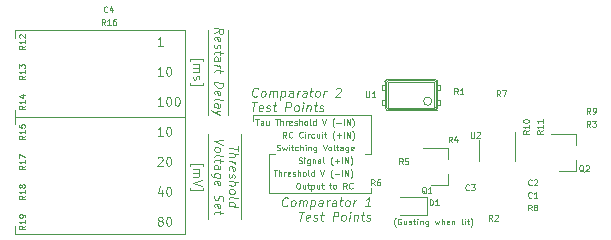
<source format=gbr>
G04 #@! TF.GenerationSoftware,KiCad,Pcbnew,(5.1.4)-1*
G04 #@! TF.CreationDate,2019-08-15T18:00:35-06:00*
G04 #@! TF.ProjectId,Windchill01,57696e64-6368-4696-9c6c-30312e6b6963,rev?*
G04 #@! TF.SameCoordinates,Original*
G04 #@! TF.FileFunction,Legend,Top*
G04 #@! TF.FilePolarity,Positive*
%FSLAX46Y46*%
G04 Gerber Fmt 4.6, Leading zero omitted, Abs format (unit mm)*
G04 Created by KiCad (PCBNEW (5.1.4)-1) date 2019-08-15 18:00:35*
%MOMM*%
%LPD*%
G04 APERTURE LIST*
%ADD10C,0.075000*%
%ADD11C,0.120000*%
%ADD12C,0.100000*%
G04 APERTURE END LIST*
D10*
X123511333Y-81317666D02*
X123487523Y-81293857D01*
X123439904Y-81222428D01*
X123416095Y-81174809D01*
X123392285Y-81103380D01*
X123368476Y-80984333D01*
X123368476Y-80889095D01*
X123392285Y-80770047D01*
X123416095Y-80698619D01*
X123439904Y-80651000D01*
X123487523Y-80579571D01*
X123511333Y-80555761D01*
X123963714Y-80651000D02*
X123916095Y-80627190D01*
X123844666Y-80627190D01*
X123773238Y-80651000D01*
X123725619Y-80698619D01*
X123701809Y-80746238D01*
X123678000Y-80841476D01*
X123678000Y-80912904D01*
X123701809Y-81008142D01*
X123725619Y-81055761D01*
X123773238Y-81103380D01*
X123844666Y-81127190D01*
X123892285Y-81127190D01*
X123963714Y-81103380D01*
X123987523Y-81079571D01*
X123987523Y-80912904D01*
X123892285Y-80912904D01*
X124416095Y-80793857D02*
X124416095Y-81127190D01*
X124201809Y-80793857D02*
X124201809Y-81055761D01*
X124225619Y-81103380D01*
X124273238Y-81127190D01*
X124344666Y-81127190D01*
X124392285Y-81103380D01*
X124416095Y-81079571D01*
X124630380Y-81103380D02*
X124678000Y-81127190D01*
X124773238Y-81127190D01*
X124820857Y-81103380D01*
X124844666Y-81055761D01*
X124844666Y-81031952D01*
X124820857Y-80984333D01*
X124773238Y-80960523D01*
X124701809Y-80960523D01*
X124654190Y-80936714D01*
X124630380Y-80889095D01*
X124630380Y-80865285D01*
X124654190Y-80817666D01*
X124701809Y-80793857D01*
X124773238Y-80793857D01*
X124820857Y-80817666D01*
X124987523Y-80793857D02*
X125178000Y-80793857D01*
X125058952Y-80627190D02*
X125058952Y-81055761D01*
X125082761Y-81103380D01*
X125130380Y-81127190D01*
X125178000Y-81127190D01*
X125344666Y-81127190D02*
X125344666Y-80793857D01*
X125344666Y-80627190D02*
X125320857Y-80651000D01*
X125344666Y-80674809D01*
X125368476Y-80651000D01*
X125344666Y-80627190D01*
X125344666Y-80674809D01*
X125582761Y-80793857D02*
X125582761Y-81127190D01*
X125582761Y-80841476D02*
X125606571Y-80817666D01*
X125654190Y-80793857D01*
X125725619Y-80793857D01*
X125773238Y-80817666D01*
X125797047Y-80865285D01*
X125797047Y-81127190D01*
X126249428Y-80793857D02*
X126249428Y-81198619D01*
X126225619Y-81246238D01*
X126201809Y-81270047D01*
X126154190Y-81293857D01*
X126082761Y-81293857D01*
X126035142Y-81270047D01*
X126249428Y-81103380D02*
X126201809Y-81127190D01*
X126106571Y-81127190D01*
X126058952Y-81103380D01*
X126035142Y-81079571D01*
X126011333Y-81031952D01*
X126011333Y-80889095D01*
X126035142Y-80841476D01*
X126058952Y-80817666D01*
X126106571Y-80793857D01*
X126201809Y-80793857D01*
X126249428Y-80817666D01*
X126820857Y-80793857D02*
X126916095Y-81127190D01*
X127011333Y-80889095D01*
X127106571Y-81127190D01*
X127201809Y-80793857D01*
X127392285Y-81127190D02*
X127392285Y-80627190D01*
X127606571Y-81127190D02*
X127606571Y-80865285D01*
X127582761Y-80817666D01*
X127535142Y-80793857D01*
X127463714Y-80793857D01*
X127416095Y-80817666D01*
X127392285Y-80841476D01*
X128035142Y-81103380D02*
X127987523Y-81127190D01*
X127892285Y-81127190D01*
X127844666Y-81103380D01*
X127820857Y-81055761D01*
X127820857Y-80865285D01*
X127844666Y-80817666D01*
X127892285Y-80793857D01*
X127987523Y-80793857D01*
X128035142Y-80817666D01*
X128058952Y-80865285D01*
X128058952Y-80912904D01*
X127820857Y-80960523D01*
X128273238Y-80793857D02*
X128273238Y-81127190D01*
X128273238Y-80841476D02*
X128297047Y-80817666D01*
X128344666Y-80793857D01*
X128416095Y-80793857D01*
X128463714Y-80817666D01*
X128487523Y-80865285D01*
X128487523Y-81127190D01*
X129178000Y-81127190D02*
X129130380Y-81103380D01*
X129106571Y-81055761D01*
X129106571Y-80627190D01*
X129368476Y-81127190D02*
X129368476Y-80793857D01*
X129368476Y-80627190D02*
X129344666Y-80651000D01*
X129368476Y-80674809D01*
X129392285Y-80651000D01*
X129368476Y-80627190D01*
X129368476Y-80674809D01*
X129535142Y-80793857D02*
X129725619Y-80793857D01*
X129606571Y-80627190D02*
X129606571Y-81055761D01*
X129630380Y-81103380D01*
X129678000Y-81127190D01*
X129725619Y-81127190D01*
X129844666Y-81317666D02*
X129868476Y-81293857D01*
X129916095Y-81222428D01*
X129939904Y-81174809D01*
X129963714Y-81103380D01*
X129987523Y-80984333D01*
X129987523Y-80889095D01*
X129963714Y-80770047D01*
X129939904Y-80698619D01*
X129916095Y-80651000D01*
X129868476Y-80579571D01*
X129844666Y-80555761D01*
D11*
X110400000Y-73500000D02*
X110400000Y-80700000D01*
D12*
X106110714Y-76171428D02*
X106110714Y-75992857D01*
X107182142Y-75992857D01*
X107182142Y-76171428D01*
X106360714Y-76457142D02*
X106860714Y-76457142D01*
X106789285Y-76457142D02*
X106825000Y-76492857D01*
X106860714Y-76564285D01*
X106860714Y-76671428D01*
X106825000Y-76742857D01*
X106753571Y-76778571D01*
X106360714Y-76778571D01*
X106753571Y-76778571D02*
X106825000Y-76814285D01*
X106860714Y-76885714D01*
X106860714Y-76992857D01*
X106825000Y-77064285D01*
X106753571Y-77100000D01*
X106360714Y-77100000D01*
X107110714Y-77350000D02*
X106360714Y-77600000D01*
X107110714Y-77850000D01*
X106110714Y-78028571D02*
X106110714Y-78207142D01*
X107182142Y-78207142D01*
X107182142Y-78028571D01*
D11*
X107600000Y-73500000D02*
X107600000Y-80700000D01*
X91300000Y-72600000D02*
X91300000Y-71400000D01*
X91300000Y-81900000D02*
X91300000Y-81300000D01*
X105700000Y-72000000D02*
X91300000Y-72000000D01*
X105700000Y-81900000D02*
X105700000Y-72000000D01*
X91300000Y-81900000D02*
X105700000Y-81900000D01*
D12*
X106110714Y-67289285D02*
X106110714Y-67110714D01*
X107182142Y-67110714D01*
X107182142Y-67289285D01*
X106360714Y-67575000D02*
X106860714Y-67575000D01*
X106789285Y-67575000D02*
X106825000Y-67610714D01*
X106860714Y-67682142D01*
X106860714Y-67789285D01*
X106825000Y-67860714D01*
X106753571Y-67896428D01*
X106360714Y-67896428D01*
X106753571Y-67896428D02*
X106825000Y-67932142D01*
X106860714Y-68003571D01*
X106860714Y-68110714D01*
X106825000Y-68182142D01*
X106753571Y-68217857D01*
X106360714Y-68217857D01*
X106396428Y-68539285D02*
X106360714Y-68610714D01*
X106360714Y-68753571D01*
X106396428Y-68825000D01*
X106467857Y-68860714D01*
X106503571Y-68860714D01*
X106575000Y-68825000D01*
X106610714Y-68753571D01*
X106610714Y-68646428D01*
X106646428Y-68575000D01*
X106717857Y-68539285D01*
X106753571Y-68539285D01*
X106825000Y-68575000D01*
X106860714Y-68646428D01*
X106860714Y-68753571D01*
X106825000Y-68825000D01*
X106110714Y-69110714D02*
X106110714Y-69289285D01*
X107182142Y-69289285D01*
X107182142Y-69110714D01*
D11*
X109300000Y-64700000D02*
X109300000Y-71900000D01*
X107600000Y-64700000D02*
X107600000Y-71900000D01*
X105700000Y-64700000D02*
X105700000Y-72000000D01*
X91300000Y-64700000D02*
X105700000Y-64700000D01*
X91300000Y-65300000D02*
X91300000Y-64700000D01*
D12*
X103500714Y-80810714D02*
X103429285Y-80775000D01*
X103393571Y-80739285D01*
X103357857Y-80667857D01*
X103357857Y-80632142D01*
X103393571Y-80560714D01*
X103429285Y-80525000D01*
X103500714Y-80489285D01*
X103643571Y-80489285D01*
X103715000Y-80525000D01*
X103750714Y-80560714D01*
X103786428Y-80632142D01*
X103786428Y-80667857D01*
X103750714Y-80739285D01*
X103715000Y-80775000D01*
X103643571Y-80810714D01*
X103500714Y-80810714D01*
X103429285Y-80846428D01*
X103393571Y-80882142D01*
X103357857Y-80953571D01*
X103357857Y-81096428D01*
X103393571Y-81167857D01*
X103429285Y-81203571D01*
X103500714Y-81239285D01*
X103643571Y-81239285D01*
X103715000Y-81203571D01*
X103750714Y-81167857D01*
X103786428Y-81096428D01*
X103786428Y-80953571D01*
X103750714Y-80882142D01*
X103715000Y-80846428D01*
X103643571Y-80810714D01*
X104250714Y-80489285D02*
X104322142Y-80489285D01*
X104393571Y-80525000D01*
X104429285Y-80560714D01*
X104465000Y-80632142D01*
X104500714Y-80775000D01*
X104500714Y-80953571D01*
X104465000Y-81096428D01*
X104429285Y-81167857D01*
X104393571Y-81203571D01*
X104322142Y-81239285D01*
X104250714Y-81239285D01*
X104179285Y-81203571D01*
X104143571Y-81167857D01*
X104107857Y-81096428D01*
X104072142Y-80953571D01*
X104072142Y-80775000D01*
X104107857Y-80632142D01*
X104143571Y-80560714D01*
X104179285Y-80525000D01*
X104250714Y-80489285D01*
X103715000Y-78199285D02*
X103715000Y-78699285D01*
X103536428Y-77913571D02*
X103357857Y-78449285D01*
X103822142Y-78449285D01*
X104250714Y-77949285D02*
X104322142Y-77949285D01*
X104393571Y-77985000D01*
X104429285Y-78020714D01*
X104465000Y-78092142D01*
X104500714Y-78235000D01*
X104500714Y-78413571D01*
X104465000Y-78556428D01*
X104429285Y-78627857D01*
X104393571Y-78663571D01*
X104322142Y-78699285D01*
X104250714Y-78699285D01*
X104179285Y-78663571D01*
X104143571Y-78627857D01*
X104107857Y-78556428D01*
X104072142Y-78413571D01*
X104072142Y-78235000D01*
X104107857Y-78092142D01*
X104143571Y-78020714D01*
X104179285Y-77985000D01*
X104250714Y-77949285D01*
X103357857Y-75480714D02*
X103393571Y-75445000D01*
X103465000Y-75409285D01*
X103643571Y-75409285D01*
X103715000Y-75445000D01*
X103750714Y-75480714D01*
X103786428Y-75552142D01*
X103786428Y-75623571D01*
X103750714Y-75730714D01*
X103322142Y-76159285D01*
X103786428Y-76159285D01*
X104250714Y-75409285D02*
X104322142Y-75409285D01*
X104393571Y-75445000D01*
X104429285Y-75480714D01*
X104465000Y-75552142D01*
X104500714Y-75695000D01*
X104500714Y-75873571D01*
X104465000Y-76016428D01*
X104429285Y-76087857D01*
X104393571Y-76123571D01*
X104322142Y-76159285D01*
X104250714Y-76159285D01*
X104179285Y-76123571D01*
X104143571Y-76087857D01*
X104107857Y-76016428D01*
X104072142Y-75873571D01*
X104072142Y-75695000D01*
X104107857Y-75552142D01*
X104143571Y-75480714D01*
X104179285Y-75445000D01*
X104250714Y-75409285D01*
X103786428Y-73619285D02*
X103357857Y-73619285D01*
X103572142Y-73619285D02*
X103572142Y-72869285D01*
X103500714Y-72976428D01*
X103429285Y-73047857D01*
X103357857Y-73083571D01*
X104250714Y-72869285D02*
X104322142Y-72869285D01*
X104393571Y-72905000D01*
X104429285Y-72940714D01*
X104465000Y-73012142D01*
X104500714Y-73155000D01*
X104500714Y-73333571D01*
X104465000Y-73476428D01*
X104429285Y-73547857D01*
X104393571Y-73583571D01*
X104322142Y-73619285D01*
X104250714Y-73619285D01*
X104179285Y-73583571D01*
X104143571Y-73547857D01*
X104107857Y-73476428D01*
X104072142Y-73333571D01*
X104072142Y-73155000D01*
X104107857Y-73012142D01*
X104143571Y-72940714D01*
X104179285Y-72905000D01*
X104250714Y-72869285D01*
X103786428Y-71079285D02*
X103357857Y-71079285D01*
X103572142Y-71079285D02*
X103572142Y-70329285D01*
X103500714Y-70436428D01*
X103429285Y-70507857D01*
X103357857Y-70543571D01*
X104250714Y-70329285D02*
X104322142Y-70329285D01*
X104393571Y-70365000D01*
X104429285Y-70400714D01*
X104465000Y-70472142D01*
X104500714Y-70615000D01*
X104500714Y-70793571D01*
X104465000Y-70936428D01*
X104429285Y-71007857D01*
X104393571Y-71043571D01*
X104322142Y-71079285D01*
X104250714Y-71079285D01*
X104179285Y-71043571D01*
X104143571Y-71007857D01*
X104107857Y-70936428D01*
X104072142Y-70793571D01*
X104072142Y-70615000D01*
X104107857Y-70472142D01*
X104143571Y-70400714D01*
X104179285Y-70365000D01*
X104250714Y-70329285D01*
X104965000Y-70329285D02*
X105036428Y-70329285D01*
X105107857Y-70365000D01*
X105143571Y-70400714D01*
X105179285Y-70472142D01*
X105215000Y-70615000D01*
X105215000Y-70793571D01*
X105179285Y-70936428D01*
X105143571Y-71007857D01*
X105107857Y-71043571D01*
X105036428Y-71079285D01*
X104965000Y-71079285D01*
X104893571Y-71043571D01*
X104857857Y-71007857D01*
X104822142Y-70936428D01*
X104786428Y-70793571D01*
X104786428Y-70615000D01*
X104822142Y-70472142D01*
X104857857Y-70400714D01*
X104893571Y-70365000D01*
X104965000Y-70329285D01*
X103786428Y-68539285D02*
X103357857Y-68539285D01*
X103572142Y-68539285D02*
X103572142Y-67789285D01*
X103500714Y-67896428D01*
X103429285Y-67967857D01*
X103357857Y-68003571D01*
X104250714Y-67789285D02*
X104322142Y-67789285D01*
X104393571Y-67825000D01*
X104429285Y-67860714D01*
X104465000Y-67932142D01*
X104500714Y-68075000D01*
X104500714Y-68253571D01*
X104465000Y-68396428D01*
X104429285Y-68467857D01*
X104393571Y-68503571D01*
X104322142Y-68539285D01*
X104250714Y-68539285D01*
X104179285Y-68503571D01*
X104143571Y-68467857D01*
X104107857Y-68396428D01*
X104072142Y-68253571D01*
X104072142Y-68075000D01*
X104107857Y-67932142D01*
X104143571Y-67860714D01*
X104179285Y-67825000D01*
X104250714Y-67789285D01*
X103786428Y-65999285D02*
X103357857Y-65999285D01*
X103572142Y-65999285D02*
X103572142Y-65249285D01*
X103500714Y-65356428D01*
X103429285Y-65427857D01*
X103357857Y-65463571D01*
X110123214Y-74494776D02*
X110123214Y-74923348D01*
X109373214Y-74615312D02*
X110123214Y-74709062D01*
X109373214Y-75079598D02*
X110123214Y-75173348D01*
X109373214Y-75401026D02*
X109766071Y-75450133D01*
X109837500Y-75423348D01*
X109873214Y-75356383D01*
X109873214Y-75249241D01*
X109837500Y-75173348D01*
X109801785Y-75133169D01*
X109373214Y-75758169D02*
X109873214Y-75820669D01*
X109730357Y-75802812D02*
X109801785Y-75847455D01*
X109837500Y-75887633D01*
X109873214Y-75963526D01*
X109873214Y-76034955D01*
X109408928Y-76512633D02*
X109373214Y-76436741D01*
X109373214Y-76293883D01*
X109408928Y-76226919D01*
X109480357Y-76200133D01*
X109766071Y-76235848D01*
X109837500Y-76280491D01*
X109873214Y-76356383D01*
X109873214Y-76499241D01*
X109837500Y-76566205D01*
X109766071Y-76592991D01*
X109694642Y-76584062D01*
X109623214Y-76217991D01*
X109408928Y-76834062D02*
X109373214Y-76901026D01*
X109373214Y-77043883D01*
X109408928Y-77119776D01*
X109480357Y-77164419D01*
X109516071Y-77168883D01*
X109587500Y-77142098D01*
X109623214Y-77075133D01*
X109623214Y-76967991D01*
X109658928Y-76901026D01*
X109730357Y-76874241D01*
X109766071Y-76878705D01*
X109837500Y-76923348D01*
X109873214Y-76999241D01*
X109873214Y-77106383D01*
X109837500Y-77173348D01*
X109373214Y-77472455D02*
X110123214Y-77566205D01*
X109373214Y-77793883D02*
X109766071Y-77842991D01*
X109837500Y-77816205D01*
X109873214Y-77749241D01*
X109873214Y-77642098D01*
X109837500Y-77566205D01*
X109801785Y-77526026D01*
X109373214Y-78258169D02*
X109408928Y-78191205D01*
X109444642Y-78159955D01*
X109516071Y-78133169D01*
X109730357Y-78159955D01*
X109801785Y-78204598D01*
X109837500Y-78244776D01*
X109873214Y-78320669D01*
X109873214Y-78427812D01*
X109837500Y-78494776D01*
X109801785Y-78526026D01*
X109730357Y-78552812D01*
X109516071Y-78526026D01*
X109444642Y-78481383D01*
X109408928Y-78441205D01*
X109373214Y-78365312D01*
X109373214Y-78258169D01*
X109373214Y-78936741D02*
X109408928Y-78869776D01*
X109480357Y-78842991D01*
X110123214Y-78923348D01*
X109373214Y-79543883D02*
X110123214Y-79637633D01*
X109408928Y-79548348D02*
X109373214Y-79472455D01*
X109373214Y-79329598D01*
X109408928Y-79262633D01*
X109444642Y-79231383D01*
X109516071Y-79204598D01*
X109730357Y-79231383D01*
X109801785Y-79276026D01*
X109837500Y-79316205D01*
X109873214Y-79392098D01*
X109873214Y-79534955D01*
X109837500Y-79601919D01*
X108898214Y-73941205D02*
X108148214Y-74097455D01*
X108898214Y-74441205D01*
X108148214Y-74704598D02*
X108183928Y-74637633D01*
X108219642Y-74606383D01*
X108291071Y-74579598D01*
X108505357Y-74606383D01*
X108576785Y-74651026D01*
X108612500Y-74691205D01*
X108648214Y-74767098D01*
X108648214Y-74874241D01*
X108612500Y-74941205D01*
X108576785Y-74972455D01*
X108505357Y-74999241D01*
X108291071Y-74972455D01*
X108219642Y-74927812D01*
X108183928Y-74887633D01*
X108148214Y-74811741D01*
X108148214Y-74704598D01*
X108148214Y-75383169D02*
X108183928Y-75316205D01*
X108255357Y-75289419D01*
X108898214Y-75369776D01*
X108648214Y-75624241D02*
X108648214Y-75909955D01*
X108898214Y-75762633D02*
X108255357Y-75682276D01*
X108183928Y-75709062D01*
X108148214Y-75776026D01*
X108148214Y-75847455D01*
X108148214Y-76418883D02*
X108541071Y-76467991D01*
X108612500Y-76441205D01*
X108648214Y-76374241D01*
X108648214Y-76231383D01*
X108612500Y-76155491D01*
X108183928Y-76423348D02*
X108148214Y-76347455D01*
X108148214Y-76168883D01*
X108183928Y-76101919D01*
X108255357Y-76075133D01*
X108326785Y-76084062D01*
X108398214Y-76128705D01*
X108433928Y-76204598D01*
X108433928Y-76383169D01*
X108469642Y-76459062D01*
X108648214Y-77159955D02*
X108041071Y-77084062D01*
X107969642Y-77039419D01*
X107933928Y-76999241D01*
X107898214Y-76923348D01*
X107898214Y-76816205D01*
X107933928Y-76749241D01*
X108183928Y-77101919D02*
X108148214Y-77026026D01*
X108148214Y-76883169D01*
X108183928Y-76816205D01*
X108219642Y-76784955D01*
X108291071Y-76758169D01*
X108505357Y-76784955D01*
X108576785Y-76829598D01*
X108612500Y-76869776D01*
X108648214Y-76945669D01*
X108648214Y-77088526D01*
X108612500Y-77155491D01*
X108183928Y-77744776D02*
X108148214Y-77668883D01*
X108148214Y-77526026D01*
X108183928Y-77459062D01*
X108255357Y-77432276D01*
X108541071Y-77467991D01*
X108612500Y-77512633D01*
X108648214Y-77588526D01*
X108648214Y-77731383D01*
X108612500Y-77798348D01*
X108541071Y-77825133D01*
X108469642Y-77816205D01*
X108398214Y-77450133D01*
X108183928Y-78637633D02*
X108148214Y-78740312D01*
X108148214Y-78918883D01*
X108183928Y-78994776D01*
X108219642Y-79034955D01*
X108291071Y-79079598D01*
X108362500Y-79088526D01*
X108433928Y-79061741D01*
X108469642Y-79030491D01*
X108505357Y-78963526D01*
X108541071Y-78825133D01*
X108576785Y-78758169D01*
X108612500Y-78726919D01*
X108683928Y-78700133D01*
X108755357Y-78709062D01*
X108826785Y-78753705D01*
X108862500Y-78793883D01*
X108898214Y-78869776D01*
X108898214Y-79048348D01*
X108862500Y-79151026D01*
X108183928Y-79673348D02*
X108148214Y-79597455D01*
X108148214Y-79454598D01*
X108183928Y-79387633D01*
X108255357Y-79360848D01*
X108541071Y-79396562D01*
X108612500Y-79441205D01*
X108648214Y-79517098D01*
X108648214Y-79659955D01*
X108612500Y-79726919D01*
X108541071Y-79753705D01*
X108469642Y-79744776D01*
X108398214Y-79378705D01*
X108648214Y-79981383D02*
X108648214Y-80267098D01*
X108898214Y-80119776D02*
X108255357Y-80039419D01*
X108183928Y-80066205D01*
X108148214Y-80133169D01*
X108148214Y-80204598D01*
X108160714Y-64929598D02*
X108517857Y-64724241D01*
X108160714Y-64501026D02*
X108910714Y-64594776D01*
X108910714Y-64880491D01*
X108875000Y-64947455D01*
X108839285Y-64978705D01*
X108767857Y-65005491D01*
X108660714Y-64992098D01*
X108589285Y-64947455D01*
X108553571Y-64907276D01*
X108517857Y-64831383D01*
X108517857Y-64545669D01*
X108196428Y-65541205D02*
X108160714Y-65465312D01*
X108160714Y-65322455D01*
X108196428Y-65255491D01*
X108267857Y-65228705D01*
X108553571Y-65264419D01*
X108625000Y-65309062D01*
X108660714Y-65384955D01*
X108660714Y-65527812D01*
X108625000Y-65594776D01*
X108553571Y-65621562D01*
X108482142Y-65612633D01*
X108410714Y-65246562D01*
X108196428Y-65862633D02*
X108160714Y-65929598D01*
X108160714Y-66072455D01*
X108196428Y-66148348D01*
X108267857Y-66192991D01*
X108303571Y-66197455D01*
X108375000Y-66170669D01*
X108410714Y-66103705D01*
X108410714Y-65996562D01*
X108446428Y-65929598D01*
X108517857Y-65902812D01*
X108553571Y-65907276D01*
X108625000Y-65951919D01*
X108660714Y-66027812D01*
X108660714Y-66134955D01*
X108625000Y-66201919D01*
X108660714Y-66456383D02*
X108660714Y-66742098D01*
X108910714Y-66594776D02*
X108267857Y-66514419D01*
X108196428Y-66541205D01*
X108160714Y-66608169D01*
X108160714Y-66679598D01*
X108160714Y-67251026D02*
X108553571Y-67300133D01*
X108625000Y-67273348D01*
X108660714Y-67206383D01*
X108660714Y-67063526D01*
X108625000Y-66987633D01*
X108196428Y-67255491D02*
X108160714Y-67179598D01*
X108160714Y-67001026D01*
X108196428Y-66934062D01*
X108267857Y-66907276D01*
X108339285Y-66916205D01*
X108410714Y-66960848D01*
X108446428Y-67036741D01*
X108446428Y-67215312D01*
X108482142Y-67291205D01*
X108160714Y-67608169D02*
X108660714Y-67670669D01*
X108517857Y-67652812D02*
X108589285Y-67697455D01*
X108625000Y-67737633D01*
X108660714Y-67813526D01*
X108660714Y-67884955D01*
X108660714Y-68027812D02*
X108660714Y-68313526D01*
X108910714Y-68166205D02*
X108267857Y-68085848D01*
X108196428Y-68112633D01*
X108160714Y-68179598D01*
X108160714Y-68251026D01*
X108160714Y-69072455D02*
X108910714Y-69166205D01*
X108910714Y-69344776D01*
X108875000Y-69447455D01*
X108803571Y-69509955D01*
X108732142Y-69536741D01*
X108589285Y-69554598D01*
X108482142Y-69541205D01*
X108339285Y-69487633D01*
X108267857Y-69442991D01*
X108196428Y-69362633D01*
X108160714Y-69251026D01*
X108160714Y-69072455D01*
X108196428Y-70112633D02*
X108160714Y-70036741D01*
X108160714Y-69893883D01*
X108196428Y-69826919D01*
X108267857Y-69800133D01*
X108553571Y-69835848D01*
X108625000Y-69880491D01*
X108660714Y-69956383D01*
X108660714Y-70099241D01*
X108625000Y-70166205D01*
X108553571Y-70192991D01*
X108482142Y-70184062D01*
X108410714Y-69817991D01*
X108160714Y-70572455D02*
X108196428Y-70505491D01*
X108267857Y-70478705D01*
X108910714Y-70559062D01*
X108160714Y-71179598D02*
X108553571Y-71228705D01*
X108625000Y-71201919D01*
X108660714Y-71134955D01*
X108660714Y-70992098D01*
X108625000Y-70916205D01*
X108196428Y-71184062D02*
X108160714Y-71108169D01*
X108160714Y-70929598D01*
X108196428Y-70862633D01*
X108267857Y-70835848D01*
X108339285Y-70844776D01*
X108410714Y-70889419D01*
X108446428Y-70965312D01*
X108446428Y-71143883D01*
X108482142Y-71219776D01*
X108660714Y-71527812D02*
X108160714Y-71643883D01*
X108660714Y-71884955D02*
X108160714Y-71643883D01*
X107982142Y-71550133D01*
X107946428Y-71509955D01*
X107910714Y-71434062D01*
D11*
X112800000Y-75200000D02*
X113300000Y-75200000D01*
X112800000Y-78500000D02*
X112800000Y-75200000D01*
X121400000Y-78500000D02*
X121400000Y-78000000D01*
X121400000Y-75200000D02*
X120900000Y-75200000D01*
X121400000Y-71900000D02*
X121400000Y-75200000D01*
X111400000Y-71900000D02*
X121400000Y-71900000D01*
X111400000Y-72400000D02*
X111400000Y-71900000D01*
X112800000Y-78500000D02*
X121400000Y-78500000D01*
D12*
X111785535Y-70255357D02*
X111745357Y-70291071D01*
X111633750Y-70326785D01*
X111562321Y-70326785D01*
X111459642Y-70291071D01*
X111397142Y-70219642D01*
X111370357Y-70148214D01*
X111352500Y-70005357D01*
X111365892Y-69898214D01*
X111419464Y-69755357D01*
X111464107Y-69683928D01*
X111544464Y-69612500D01*
X111656071Y-69576785D01*
X111727500Y-69576785D01*
X111830178Y-69612500D01*
X111861428Y-69648214D01*
X112205178Y-70326785D02*
X112138214Y-70291071D01*
X112106964Y-70255357D01*
X112080178Y-70183928D01*
X112106964Y-69969642D01*
X112151607Y-69898214D01*
X112191785Y-69862500D01*
X112267678Y-69826785D01*
X112374821Y-69826785D01*
X112441785Y-69862500D01*
X112473035Y-69898214D01*
X112499821Y-69969642D01*
X112473035Y-70183928D01*
X112428392Y-70255357D01*
X112388214Y-70291071D01*
X112312321Y-70326785D01*
X112205178Y-70326785D01*
X112776607Y-70326785D02*
X112839107Y-69826785D01*
X112830178Y-69898214D02*
X112870357Y-69862500D01*
X112946250Y-69826785D01*
X113053392Y-69826785D01*
X113120357Y-69862500D01*
X113147142Y-69933928D01*
X113098035Y-70326785D01*
X113147142Y-69933928D02*
X113191785Y-69862500D01*
X113267678Y-69826785D01*
X113374821Y-69826785D01*
X113441785Y-69862500D01*
X113468571Y-69933928D01*
X113419464Y-70326785D01*
X113839107Y-69826785D02*
X113745357Y-70576785D01*
X113834642Y-69862500D02*
X113910535Y-69826785D01*
X114053392Y-69826785D01*
X114120357Y-69862500D01*
X114151607Y-69898214D01*
X114178392Y-69969642D01*
X114151607Y-70183928D01*
X114106964Y-70255357D01*
X114066785Y-70291071D01*
X113990892Y-70326785D01*
X113848035Y-70326785D01*
X113781071Y-70291071D01*
X114776607Y-70326785D02*
X114825714Y-69933928D01*
X114798928Y-69862500D01*
X114731964Y-69826785D01*
X114589107Y-69826785D01*
X114513214Y-69862500D01*
X114781071Y-70291071D02*
X114705178Y-70326785D01*
X114526607Y-70326785D01*
X114459642Y-70291071D01*
X114432857Y-70219642D01*
X114441785Y-70148214D01*
X114486428Y-70076785D01*
X114562321Y-70041071D01*
X114740892Y-70041071D01*
X114816785Y-70005357D01*
X115133750Y-70326785D02*
X115196250Y-69826785D01*
X115178392Y-69969642D02*
X115223035Y-69898214D01*
X115263214Y-69862500D01*
X115339107Y-69826785D01*
X115410535Y-69826785D01*
X115919464Y-70326785D02*
X115968571Y-69933928D01*
X115941785Y-69862500D01*
X115874821Y-69826785D01*
X115731964Y-69826785D01*
X115656071Y-69862500D01*
X115923928Y-70291071D02*
X115848035Y-70326785D01*
X115669464Y-70326785D01*
X115602500Y-70291071D01*
X115575714Y-70219642D01*
X115584642Y-70148214D01*
X115629285Y-70076785D01*
X115705178Y-70041071D01*
X115883750Y-70041071D01*
X115959642Y-70005357D01*
X116231964Y-69826785D02*
X116517678Y-69826785D01*
X116370357Y-69576785D02*
X116290000Y-70219642D01*
X116316785Y-70291071D01*
X116383750Y-70326785D01*
X116455178Y-70326785D01*
X116812321Y-70326785D02*
X116745357Y-70291071D01*
X116714107Y-70255357D01*
X116687321Y-70183928D01*
X116714107Y-69969642D01*
X116758750Y-69898214D01*
X116798928Y-69862500D01*
X116874821Y-69826785D01*
X116981964Y-69826785D01*
X117048928Y-69862500D01*
X117080178Y-69898214D01*
X117106964Y-69969642D01*
X117080178Y-70183928D01*
X117035535Y-70255357D01*
X116995357Y-70291071D01*
X116919464Y-70326785D01*
X116812321Y-70326785D01*
X117383750Y-70326785D02*
X117446250Y-69826785D01*
X117428392Y-69969642D02*
X117473035Y-69898214D01*
X117513214Y-69862500D01*
X117589107Y-69826785D01*
X117660535Y-69826785D01*
X118468571Y-69648214D02*
X118508750Y-69612500D01*
X118584642Y-69576785D01*
X118763214Y-69576785D01*
X118830178Y-69612500D01*
X118861428Y-69648214D01*
X118888214Y-69719642D01*
X118879285Y-69791071D01*
X118830178Y-69898214D01*
X118348035Y-70326785D01*
X118812321Y-70326785D01*
X111334642Y-70801785D02*
X111763214Y-70801785D01*
X111455178Y-71551785D02*
X111548928Y-70801785D01*
X112209642Y-71516071D02*
X112133750Y-71551785D01*
X111990892Y-71551785D01*
X111923928Y-71516071D01*
X111897142Y-71444642D01*
X111932857Y-71158928D01*
X111977500Y-71087500D01*
X112053392Y-71051785D01*
X112196250Y-71051785D01*
X112263214Y-71087500D01*
X112290000Y-71158928D01*
X112281071Y-71230357D01*
X111915000Y-71301785D01*
X112531071Y-71516071D02*
X112598035Y-71551785D01*
X112740892Y-71551785D01*
X112816785Y-71516071D01*
X112861428Y-71444642D01*
X112865892Y-71408928D01*
X112839107Y-71337500D01*
X112772142Y-71301785D01*
X112665000Y-71301785D01*
X112598035Y-71266071D01*
X112571250Y-71194642D01*
X112575714Y-71158928D01*
X112620357Y-71087500D01*
X112696250Y-71051785D01*
X112803392Y-71051785D01*
X112870357Y-71087500D01*
X113124821Y-71051785D02*
X113410535Y-71051785D01*
X113263214Y-70801785D02*
X113182857Y-71444642D01*
X113209642Y-71516071D01*
X113276607Y-71551785D01*
X113348035Y-71551785D01*
X114169464Y-71551785D02*
X114263214Y-70801785D01*
X114548928Y-70801785D01*
X114615892Y-70837500D01*
X114647142Y-70873214D01*
X114673928Y-70944642D01*
X114660535Y-71051785D01*
X114615892Y-71123214D01*
X114575714Y-71158928D01*
X114499821Y-71194642D01*
X114214107Y-71194642D01*
X115026607Y-71551785D02*
X114959642Y-71516071D01*
X114928392Y-71480357D01*
X114901607Y-71408928D01*
X114928392Y-71194642D01*
X114973035Y-71123214D01*
X115013214Y-71087500D01*
X115089107Y-71051785D01*
X115196250Y-71051785D01*
X115263214Y-71087500D01*
X115294464Y-71123214D01*
X115321250Y-71194642D01*
X115294464Y-71408928D01*
X115249821Y-71480357D01*
X115209642Y-71516071D01*
X115133750Y-71551785D01*
X115026607Y-71551785D01*
X115598035Y-71551785D02*
X115660535Y-71051785D01*
X115691785Y-70801785D02*
X115651607Y-70837500D01*
X115682857Y-70873214D01*
X115723035Y-70837500D01*
X115691785Y-70801785D01*
X115682857Y-70873214D01*
X116017678Y-71051785D02*
X115955178Y-71551785D01*
X116008750Y-71123214D02*
X116048928Y-71087500D01*
X116124821Y-71051785D01*
X116231964Y-71051785D01*
X116298928Y-71087500D01*
X116325714Y-71158928D01*
X116276607Y-71551785D01*
X116589107Y-71051785D02*
X116874821Y-71051785D01*
X116727500Y-70801785D02*
X116647142Y-71444642D01*
X116673928Y-71516071D01*
X116740892Y-71551785D01*
X116812321Y-71551785D01*
X117031071Y-71516071D02*
X117098035Y-71551785D01*
X117240892Y-71551785D01*
X117316785Y-71516071D01*
X117361428Y-71444642D01*
X117365892Y-71408928D01*
X117339107Y-71337500D01*
X117272142Y-71301785D01*
X117165000Y-71301785D01*
X117098035Y-71266071D01*
X117071250Y-71194642D01*
X117075714Y-71158928D01*
X117120357Y-71087500D01*
X117196250Y-71051785D01*
X117303392Y-71051785D01*
X117370357Y-71087500D01*
D10*
X113449011Y-74842380D02*
X113520440Y-74866190D01*
X113639488Y-74866190D01*
X113687107Y-74842380D01*
X113710916Y-74818571D01*
X113734726Y-74770952D01*
X113734726Y-74723333D01*
X113710916Y-74675714D01*
X113687107Y-74651904D01*
X113639488Y-74628095D01*
X113544250Y-74604285D01*
X113496630Y-74580476D01*
X113472821Y-74556666D01*
X113449011Y-74509047D01*
X113449011Y-74461428D01*
X113472821Y-74413809D01*
X113496630Y-74390000D01*
X113544250Y-74366190D01*
X113663297Y-74366190D01*
X113734726Y-74390000D01*
X113901392Y-74532857D02*
X113996630Y-74866190D01*
X114091869Y-74628095D01*
X114187107Y-74866190D01*
X114282345Y-74532857D01*
X114472821Y-74866190D02*
X114472821Y-74532857D01*
X114472821Y-74366190D02*
X114449011Y-74390000D01*
X114472821Y-74413809D01*
X114496630Y-74390000D01*
X114472821Y-74366190D01*
X114472821Y-74413809D01*
X114639488Y-74532857D02*
X114829964Y-74532857D01*
X114710916Y-74366190D02*
X114710916Y-74794761D01*
X114734726Y-74842380D01*
X114782345Y-74866190D01*
X114829964Y-74866190D01*
X115210916Y-74842380D02*
X115163297Y-74866190D01*
X115068059Y-74866190D01*
X115020440Y-74842380D01*
X114996630Y-74818571D01*
X114972821Y-74770952D01*
X114972821Y-74628095D01*
X114996630Y-74580476D01*
X115020440Y-74556666D01*
X115068059Y-74532857D01*
X115163297Y-74532857D01*
X115210916Y-74556666D01*
X115425202Y-74866190D02*
X115425202Y-74366190D01*
X115639488Y-74866190D02*
X115639488Y-74604285D01*
X115615678Y-74556666D01*
X115568059Y-74532857D01*
X115496630Y-74532857D01*
X115449011Y-74556666D01*
X115425202Y-74580476D01*
X115877583Y-74866190D02*
X115877583Y-74532857D01*
X115877583Y-74366190D02*
X115853773Y-74390000D01*
X115877583Y-74413809D01*
X115901392Y-74390000D01*
X115877583Y-74366190D01*
X115877583Y-74413809D01*
X116115678Y-74532857D02*
X116115678Y-74866190D01*
X116115678Y-74580476D02*
X116139488Y-74556666D01*
X116187107Y-74532857D01*
X116258535Y-74532857D01*
X116306154Y-74556666D01*
X116329964Y-74604285D01*
X116329964Y-74866190D01*
X116782345Y-74532857D02*
X116782345Y-74937619D01*
X116758535Y-74985238D01*
X116734726Y-75009047D01*
X116687107Y-75032857D01*
X116615678Y-75032857D01*
X116568059Y-75009047D01*
X116782345Y-74842380D02*
X116734726Y-74866190D01*
X116639488Y-74866190D01*
X116591869Y-74842380D01*
X116568059Y-74818571D01*
X116544250Y-74770952D01*
X116544250Y-74628095D01*
X116568059Y-74580476D01*
X116591869Y-74556666D01*
X116639488Y-74532857D01*
X116734726Y-74532857D01*
X116782345Y-74556666D01*
X117329964Y-74366190D02*
X117496630Y-74866190D01*
X117663297Y-74366190D01*
X117901392Y-74866190D02*
X117853773Y-74842380D01*
X117829964Y-74818571D01*
X117806154Y-74770952D01*
X117806154Y-74628095D01*
X117829964Y-74580476D01*
X117853773Y-74556666D01*
X117901392Y-74532857D01*
X117972821Y-74532857D01*
X118020440Y-74556666D01*
X118044250Y-74580476D01*
X118068059Y-74628095D01*
X118068059Y-74770952D01*
X118044250Y-74818571D01*
X118020440Y-74842380D01*
X117972821Y-74866190D01*
X117901392Y-74866190D01*
X118353773Y-74866190D02*
X118306154Y-74842380D01*
X118282345Y-74794761D01*
X118282345Y-74366190D01*
X118472821Y-74532857D02*
X118663297Y-74532857D01*
X118544250Y-74366190D02*
X118544250Y-74794761D01*
X118568059Y-74842380D01*
X118615678Y-74866190D01*
X118663297Y-74866190D01*
X119044250Y-74866190D02*
X119044250Y-74604285D01*
X119020440Y-74556666D01*
X118972821Y-74532857D01*
X118877583Y-74532857D01*
X118829964Y-74556666D01*
X119044250Y-74842380D02*
X118996630Y-74866190D01*
X118877583Y-74866190D01*
X118829964Y-74842380D01*
X118806154Y-74794761D01*
X118806154Y-74747142D01*
X118829964Y-74699523D01*
X118877583Y-74675714D01*
X118996630Y-74675714D01*
X119044250Y-74651904D01*
X119496630Y-74532857D02*
X119496630Y-74937619D01*
X119472821Y-74985238D01*
X119449011Y-75009047D01*
X119401392Y-75032857D01*
X119329964Y-75032857D01*
X119282345Y-75009047D01*
X119496630Y-74842380D02*
X119449011Y-74866190D01*
X119353773Y-74866190D01*
X119306154Y-74842380D01*
X119282345Y-74818571D01*
X119258535Y-74770952D01*
X119258535Y-74628095D01*
X119282345Y-74580476D01*
X119306154Y-74556666D01*
X119353773Y-74532857D01*
X119449011Y-74532857D01*
X119496630Y-74556666D01*
X119925202Y-74842380D02*
X119877583Y-74866190D01*
X119782345Y-74866190D01*
X119734726Y-74842380D01*
X119710916Y-74794761D01*
X119710916Y-74604285D01*
X119734726Y-74556666D01*
X119782345Y-74532857D01*
X119877583Y-74532857D01*
X119925202Y-74556666D01*
X119949011Y-74604285D01*
X119949011Y-74651904D01*
X119710916Y-74699523D01*
X111636869Y-72206190D02*
X111922583Y-72206190D01*
X111779726Y-72706190D02*
X111779726Y-72206190D01*
X112303535Y-72706190D02*
X112303535Y-72444285D01*
X112279726Y-72396666D01*
X112232107Y-72372857D01*
X112136869Y-72372857D01*
X112089250Y-72396666D01*
X112303535Y-72682380D02*
X112255916Y-72706190D01*
X112136869Y-72706190D01*
X112089250Y-72682380D01*
X112065440Y-72634761D01*
X112065440Y-72587142D01*
X112089250Y-72539523D01*
X112136869Y-72515714D01*
X112255916Y-72515714D01*
X112303535Y-72491904D01*
X112755916Y-72372857D02*
X112755916Y-72706190D01*
X112541630Y-72372857D02*
X112541630Y-72634761D01*
X112565440Y-72682380D01*
X112613059Y-72706190D01*
X112684488Y-72706190D01*
X112732107Y-72682380D01*
X112755916Y-72658571D01*
X113303535Y-72206190D02*
X113589250Y-72206190D01*
X113446392Y-72706190D02*
X113446392Y-72206190D01*
X113755916Y-72706190D02*
X113755916Y-72206190D01*
X113970202Y-72706190D02*
X113970202Y-72444285D01*
X113946392Y-72396666D01*
X113898773Y-72372857D01*
X113827345Y-72372857D01*
X113779726Y-72396666D01*
X113755916Y-72420476D01*
X114208297Y-72706190D02*
X114208297Y-72372857D01*
X114208297Y-72468095D02*
X114232107Y-72420476D01*
X114255916Y-72396666D01*
X114303535Y-72372857D01*
X114351154Y-72372857D01*
X114708297Y-72682380D02*
X114660678Y-72706190D01*
X114565440Y-72706190D01*
X114517821Y-72682380D01*
X114494011Y-72634761D01*
X114494011Y-72444285D01*
X114517821Y-72396666D01*
X114565440Y-72372857D01*
X114660678Y-72372857D01*
X114708297Y-72396666D01*
X114732107Y-72444285D01*
X114732107Y-72491904D01*
X114494011Y-72539523D01*
X114922583Y-72682380D02*
X114970202Y-72706190D01*
X115065440Y-72706190D01*
X115113059Y-72682380D01*
X115136869Y-72634761D01*
X115136869Y-72610952D01*
X115113059Y-72563333D01*
X115065440Y-72539523D01*
X114994011Y-72539523D01*
X114946392Y-72515714D01*
X114922583Y-72468095D01*
X114922583Y-72444285D01*
X114946392Y-72396666D01*
X114994011Y-72372857D01*
X115065440Y-72372857D01*
X115113059Y-72396666D01*
X115351154Y-72706190D02*
X115351154Y-72206190D01*
X115565440Y-72706190D02*
X115565440Y-72444285D01*
X115541630Y-72396666D01*
X115494011Y-72372857D01*
X115422583Y-72372857D01*
X115374964Y-72396666D01*
X115351154Y-72420476D01*
X115874964Y-72706190D02*
X115827345Y-72682380D01*
X115803535Y-72658571D01*
X115779726Y-72610952D01*
X115779726Y-72468095D01*
X115803535Y-72420476D01*
X115827345Y-72396666D01*
X115874964Y-72372857D01*
X115946392Y-72372857D01*
X115994011Y-72396666D01*
X116017821Y-72420476D01*
X116041630Y-72468095D01*
X116041630Y-72610952D01*
X116017821Y-72658571D01*
X115994011Y-72682380D01*
X115946392Y-72706190D01*
X115874964Y-72706190D01*
X116327345Y-72706190D02*
X116279726Y-72682380D01*
X116255916Y-72634761D01*
X116255916Y-72206190D01*
X116732107Y-72706190D02*
X116732107Y-72206190D01*
X116732107Y-72682380D02*
X116684488Y-72706190D01*
X116589250Y-72706190D01*
X116541630Y-72682380D01*
X116517821Y-72658571D01*
X116494011Y-72610952D01*
X116494011Y-72468095D01*
X116517821Y-72420476D01*
X116541630Y-72396666D01*
X116589250Y-72372857D01*
X116684488Y-72372857D01*
X116732107Y-72396666D01*
X117279726Y-72206190D02*
X117446392Y-72706190D01*
X117613059Y-72206190D01*
X118303535Y-72896666D02*
X118279726Y-72872857D01*
X118232107Y-72801428D01*
X118208297Y-72753809D01*
X118184488Y-72682380D01*
X118160678Y-72563333D01*
X118160678Y-72468095D01*
X118184488Y-72349047D01*
X118208297Y-72277619D01*
X118232107Y-72230000D01*
X118279726Y-72158571D01*
X118303535Y-72134761D01*
X118494011Y-72515714D02*
X118874964Y-72515714D01*
X119113059Y-72706190D02*
X119113059Y-72206190D01*
X119351154Y-72706190D02*
X119351154Y-72206190D01*
X119636869Y-72706190D01*
X119636869Y-72206190D01*
X119827345Y-72896666D02*
X119851154Y-72872857D01*
X119898773Y-72801428D01*
X119922583Y-72753809D01*
X119946392Y-72682380D01*
X119970202Y-72563333D01*
X119970202Y-72468095D01*
X119946392Y-72349047D01*
X119922583Y-72277619D01*
X119898773Y-72230000D01*
X119851154Y-72158571D01*
X119827345Y-72134761D01*
X114247107Y-73786190D02*
X114080440Y-73548095D01*
X113961392Y-73786190D02*
X113961392Y-73286190D01*
X114151869Y-73286190D01*
X114199488Y-73310000D01*
X114223297Y-73333809D01*
X114247107Y-73381428D01*
X114247107Y-73452857D01*
X114223297Y-73500476D01*
X114199488Y-73524285D01*
X114151869Y-73548095D01*
X113961392Y-73548095D01*
X114747107Y-73738571D02*
X114723297Y-73762380D01*
X114651869Y-73786190D01*
X114604250Y-73786190D01*
X114532821Y-73762380D01*
X114485202Y-73714761D01*
X114461392Y-73667142D01*
X114437583Y-73571904D01*
X114437583Y-73500476D01*
X114461392Y-73405238D01*
X114485202Y-73357619D01*
X114532821Y-73310000D01*
X114604250Y-73286190D01*
X114651869Y-73286190D01*
X114723297Y-73310000D01*
X114747107Y-73333809D01*
X115628059Y-73738571D02*
X115604250Y-73762380D01*
X115532821Y-73786190D01*
X115485202Y-73786190D01*
X115413773Y-73762380D01*
X115366154Y-73714761D01*
X115342345Y-73667142D01*
X115318535Y-73571904D01*
X115318535Y-73500476D01*
X115342345Y-73405238D01*
X115366154Y-73357619D01*
X115413773Y-73310000D01*
X115485202Y-73286190D01*
X115532821Y-73286190D01*
X115604250Y-73310000D01*
X115628059Y-73333809D01*
X115842345Y-73786190D02*
X115842345Y-73452857D01*
X115842345Y-73286190D02*
X115818535Y-73310000D01*
X115842345Y-73333809D01*
X115866154Y-73310000D01*
X115842345Y-73286190D01*
X115842345Y-73333809D01*
X116080440Y-73786190D02*
X116080440Y-73452857D01*
X116080440Y-73548095D02*
X116104250Y-73500476D01*
X116128059Y-73476666D01*
X116175678Y-73452857D01*
X116223297Y-73452857D01*
X116604250Y-73762380D02*
X116556630Y-73786190D01*
X116461392Y-73786190D01*
X116413773Y-73762380D01*
X116389964Y-73738571D01*
X116366154Y-73690952D01*
X116366154Y-73548095D01*
X116389964Y-73500476D01*
X116413773Y-73476666D01*
X116461392Y-73452857D01*
X116556630Y-73452857D01*
X116604250Y-73476666D01*
X117032821Y-73452857D02*
X117032821Y-73786190D01*
X116818535Y-73452857D02*
X116818535Y-73714761D01*
X116842345Y-73762380D01*
X116889964Y-73786190D01*
X116961392Y-73786190D01*
X117009011Y-73762380D01*
X117032821Y-73738571D01*
X117270916Y-73786190D02*
X117270916Y-73452857D01*
X117270916Y-73286190D02*
X117247107Y-73310000D01*
X117270916Y-73333809D01*
X117294726Y-73310000D01*
X117270916Y-73286190D01*
X117270916Y-73333809D01*
X117437583Y-73452857D02*
X117628059Y-73452857D01*
X117509011Y-73286190D02*
X117509011Y-73714761D01*
X117532821Y-73762380D01*
X117580440Y-73786190D01*
X117628059Y-73786190D01*
X118318535Y-73976666D02*
X118294726Y-73952857D01*
X118247107Y-73881428D01*
X118223297Y-73833809D01*
X118199488Y-73762380D01*
X118175678Y-73643333D01*
X118175678Y-73548095D01*
X118199488Y-73429047D01*
X118223297Y-73357619D01*
X118247107Y-73310000D01*
X118294726Y-73238571D01*
X118318535Y-73214761D01*
X118509011Y-73595714D02*
X118889964Y-73595714D01*
X118699488Y-73786190D02*
X118699488Y-73405238D01*
X119128059Y-73786190D02*
X119128059Y-73286190D01*
X119366154Y-73786190D02*
X119366154Y-73286190D01*
X119651869Y-73786190D01*
X119651869Y-73286190D01*
X119842345Y-73976666D02*
X119866154Y-73952857D01*
X119913773Y-73881428D01*
X119937583Y-73833809D01*
X119961392Y-73762380D01*
X119985202Y-73643333D01*
X119985202Y-73548095D01*
X119961392Y-73429047D01*
X119937583Y-73357619D01*
X119913773Y-73310000D01*
X119866154Y-73238571D01*
X119842345Y-73214761D01*
D12*
X114312946Y-79505357D02*
X114272767Y-79541071D01*
X114161160Y-79576785D01*
X114089732Y-79576785D01*
X113987053Y-79541071D01*
X113924553Y-79469642D01*
X113897767Y-79398214D01*
X113879910Y-79255357D01*
X113893303Y-79148214D01*
X113946875Y-79005357D01*
X113991517Y-78933928D01*
X114071875Y-78862500D01*
X114183482Y-78826785D01*
X114254910Y-78826785D01*
X114357589Y-78862500D01*
X114388839Y-78898214D01*
X114732589Y-79576785D02*
X114665625Y-79541071D01*
X114634375Y-79505357D01*
X114607589Y-79433928D01*
X114634375Y-79219642D01*
X114679017Y-79148214D01*
X114719196Y-79112500D01*
X114795089Y-79076785D01*
X114902232Y-79076785D01*
X114969196Y-79112500D01*
X115000446Y-79148214D01*
X115027232Y-79219642D01*
X115000446Y-79433928D01*
X114955803Y-79505357D01*
X114915625Y-79541071D01*
X114839732Y-79576785D01*
X114732589Y-79576785D01*
X115304017Y-79576785D02*
X115366517Y-79076785D01*
X115357589Y-79148214D02*
X115397767Y-79112500D01*
X115473660Y-79076785D01*
X115580803Y-79076785D01*
X115647767Y-79112500D01*
X115674553Y-79183928D01*
X115625446Y-79576785D01*
X115674553Y-79183928D02*
X115719196Y-79112500D01*
X115795089Y-79076785D01*
X115902232Y-79076785D01*
X115969196Y-79112500D01*
X115995982Y-79183928D01*
X115946875Y-79576785D01*
X116366517Y-79076785D02*
X116272767Y-79826785D01*
X116362053Y-79112500D02*
X116437946Y-79076785D01*
X116580803Y-79076785D01*
X116647767Y-79112500D01*
X116679017Y-79148214D01*
X116705803Y-79219642D01*
X116679017Y-79433928D01*
X116634375Y-79505357D01*
X116594196Y-79541071D01*
X116518303Y-79576785D01*
X116375446Y-79576785D01*
X116308482Y-79541071D01*
X117304017Y-79576785D02*
X117353125Y-79183928D01*
X117326339Y-79112500D01*
X117259375Y-79076785D01*
X117116517Y-79076785D01*
X117040625Y-79112500D01*
X117308482Y-79541071D02*
X117232589Y-79576785D01*
X117054017Y-79576785D01*
X116987053Y-79541071D01*
X116960267Y-79469642D01*
X116969196Y-79398214D01*
X117013839Y-79326785D01*
X117089732Y-79291071D01*
X117268303Y-79291071D01*
X117344196Y-79255357D01*
X117661160Y-79576785D02*
X117723660Y-79076785D01*
X117705803Y-79219642D02*
X117750446Y-79148214D01*
X117790625Y-79112500D01*
X117866517Y-79076785D01*
X117937946Y-79076785D01*
X118446875Y-79576785D02*
X118495982Y-79183928D01*
X118469196Y-79112500D01*
X118402232Y-79076785D01*
X118259375Y-79076785D01*
X118183482Y-79112500D01*
X118451339Y-79541071D02*
X118375446Y-79576785D01*
X118196875Y-79576785D01*
X118129910Y-79541071D01*
X118103125Y-79469642D01*
X118112053Y-79398214D01*
X118156696Y-79326785D01*
X118232589Y-79291071D01*
X118411160Y-79291071D01*
X118487053Y-79255357D01*
X118759375Y-79076785D02*
X119045089Y-79076785D01*
X118897767Y-78826785D02*
X118817410Y-79469642D01*
X118844196Y-79541071D01*
X118911160Y-79576785D01*
X118982589Y-79576785D01*
X119339732Y-79576785D02*
X119272767Y-79541071D01*
X119241517Y-79505357D01*
X119214732Y-79433928D01*
X119241517Y-79219642D01*
X119286160Y-79148214D01*
X119326339Y-79112500D01*
X119402232Y-79076785D01*
X119509375Y-79076785D01*
X119576339Y-79112500D01*
X119607589Y-79148214D01*
X119634375Y-79219642D01*
X119607589Y-79433928D01*
X119562946Y-79505357D01*
X119522767Y-79541071D01*
X119446875Y-79576785D01*
X119339732Y-79576785D01*
X119911160Y-79576785D02*
X119973660Y-79076785D01*
X119955803Y-79219642D02*
X120000446Y-79148214D01*
X120040625Y-79112500D01*
X120116517Y-79076785D01*
X120187946Y-79076785D01*
X121339732Y-79576785D02*
X120911160Y-79576785D01*
X121125446Y-79576785D02*
X121219196Y-78826785D01*
X121134375Y-78933928D01*
X121054017Y-79005357D01*
X120978125Y-79041071D01*
X115326339Y-80051785D02*
X115754910Y-80051785D01*
X115446875Y-80801785D02*
X115540625Y-80051785D01*
X116201339Y-80766071D02*
X116125446Y-80801785D01*
X115982589Y-80801785D01*
X115915625Y-80766071D01*
X115888839Y-80694642D01*
X115924553Y-80408928D01*
X115969196Y-80337500D01*
X116045089Y-80301785D01*
X116187946Y-80301785D01*
X116254910Y-80337500D01*
X116281696Y-80408928D01*
X116272767Y-80480357D01*
X115906696Y-80551785D01*
X116522767Y-80766071D02*
X116589732Y-80801785D01*
X116732589Y-80801785D01*
X116808482Y-80766071D01*
X116853125Y-80694642D01*
X116857589Y-80658928D01*
X116830803Y-80587500D01*
X116763839Y-80551785D01*
X116656696Y-80551785D01*
X116589732Y-80516071D01*
X116562946Y-80444642D01*
X116567410Y-80408928D01*
X116612053Y-80337500D01*
X116687946Y-80301785D01*
X116795089Y-80301785D01*
X116862053Y-80337500D01*
X117116517Y-80301785D02*
X117402232Y-80301785D01*
X117254910Y-80051785D02*
X117174553Y-80694642D01*
X117201339Y-80766071D01*
X117268303Y-80801785D01*
X117339732Y-80801785D01*
X118161160Y-80801785D02*
X118254910Y-80051785D01*
X118540625Y-80051785D01*
X118607589Y-80087500D01*
X118638839Y-80123214D01*
X118665625Y-80194642D01*
X118652232Y-80301785D01*
X118607589Y-80373214D01*
X118567410Y-80408928D01*
X118491517Y-80444642D01*
X118205803Y-80444642D01*
X119018303Y-80801785D02*
X118951339Y-80766071D01*
X118920089Y-80730357D01*
X118893303Y-80658928D01*
X118920089Y-80444642D01*
X118964732Y-80373214D01*
X119004910Y-80337500D01*
X119080803Y-80301785D01*
X119187946Y-80301785D01*
X119254910Y-80337500D01*
X119286160Y-80373214D01*
X119312946Y-80444642D01*
X119286160Y-80658928D01*
X119241517Y-80730357D01*
X119201339Y-80766071D01*
X119125446Y-80801785D01*
X119018303Y-80801785D01*
X119589732Y-80801785D02*
X119652232Y-80301785D01*
X119683482Y-80051785D02*
X119643303Y-80087500D01*
X119674553Y-80123214D01*
X119714732Y-80087500D01*
X119683482Y-80051785D01*
X119674553Y-80123214D01*
X120009375Y-80301785D02*
X119946875Y-80801785D01*
X120000446Y-80373214D02*
X120040625Y-80337500D01*
X120116517Y-80301785D01*
X120223660Y-80301785D01*
X120290625Y-80337500D01*
X120317410Y-80408928D01*
X120268303Y-80801785D01*
X120580803Y-80301785D02*
X120866517Y-80301785D01*
X120719196Y-80051785D02*
X120638839Y-80694642D01*
X120665625Y-80766071D01*
X120732589Y-80801785D01*
X120804017Y-80801785D01*
X121022767Y-80766071D02*
X121089732Y-80801785D01*
X121232589Y-80801785D01*
X121308482Y-80766071D01*
X121353125Y-80694642D01*
X121357589Y-80658928D01*
X121330803Y-80587500D01*
X121263839Y-80551785D01*
X121156696Y-80551785D01*
X121089732Y-80516071D01*
X121062946Y-80444642D01*
X121067410Y-80408928D01*
X121112053Y-80337500D01*
X121187946Y-80301785D01*
X121295089Y-80301785D01*
X121362053Y-80337500D01*
D10*
X115213154Y-77606190D02*
X115308392Y-77606190D01*
X115356011Y-77630000D01*
X115403630Y-77677619D01*
X115427440Y-77772857D01*
X115427440Y-77939523D01*
X115403630Y-78034761D01*
X115356011Y-78082380D01*
X115308392Y-78106190D01*
X115213154Y-78106190D01*
X115165535Y-78082380D01*
X115117916Y-78034761D01*
X115094107Y-77939523D01*
X115094107Y-77772857D01*
X115117916Y-77677619D01*
X115165535Y-77630000D01*
X115213154Y-77606190D01*
X115856011Y-77772857D02*
X115856011Y-78106190D01*
X115641726Y-77772857D02*
X115641726Y-78034761D01*
X115665535Y-78082380D01*
X115713154Y-78106190D01*
X115784583Y-78106190D01*
X115832202Y-78082380D01*
X115856011Y-78058571D01*
X116022678Y-77772857D02*
X116213154Y-77772857D01*
X116094107Y-77606190D02*
X116094107Y-78034761D01*
X116117916Y-78082380D01*
X116165535Y-78106190D01*
X116213154Y-78106190D01*
X116379821Y-77772857D02*
X116379821Y-78272857D01*
X116379821Y-77796666D02*
X116427440Y-77772857D01*
X116522678Y-77772857D01*
X116570297Y-77796666D01*
X116594107Y-77820476D01*
X116617916Y-77868095D01*
X116617916Y-78010952D01*
X116594107Y-78058571D01*
X116570297Y-78082380D01*
X116522678Y-78106190D01*
X116427440Y-78106190D01*
X116379821Y-78082380D01*
X117046488Y-77772857D02*
X117046488Y-78106190D01*
X116832202Y-77772857D02*
X116832202Y-78034761D01*
X116856011Y-78082380D01*
X116903630Y-78106190D01*
X116975059Y-78106190D01*
X117022678Y-78082380D01*
X117046488Y-78058571D01*
X117213154Y-77772857D02*
X117403630Y-77772857D01*
X117284583Y-77606190D02*
X117284583Y-78034761D01*
X117308392Y-78082380D01*
X117356011Y-78106190D01*
X117403630Y-78106190D01*
X117879821Y-77772857D02*
X118070297Y-77772857D01*
X117951250Y-77606190D02*
X117951250Y-78034761D01*
X117975059Y-78082380D01*
X118022678Y-78106190D01*
X118070297Y-78106190D01*
X118308392Y-78106190D02*
X118260773Y-78082380D01*
X118236964Y-78058571D01*
X118213154Y-78010952D01*
X118213154Y-77868095D01*
X118236964Y-77820476D01*
X118260773Y-77796666D01*
X118308392Y-77772857D01*
X118379821Y-77772857D01*
X118427440Y-77796666D01*
X118451250Y-77820476D01*
X118475059Y-77868095D01*
X118475059Y-78010952D01*
X118451250Y-78058571D01*
X118427440Y-78082380D01*
X118379821Y-78106190D01*
X118308392Y-78106190D01*
X119356011Y-78106190D02*
X119189345Y-77868095D01*
X119070297Y-78106190D02*
X119070297Y-77606190D01*
X119260773Y-77606190D01*
X119308392Y-77630000D01*
X119332202Y-77653809D01*
X119356011Y-77701428D01*
X119356011Y-77772857D01*
X119332202Y-77820476D01*
X119308392Y-77844285D01*
X119260773Y-77868095D01*
X119070297Y-77868095D01*
X119856011Y-78058571D02*
X119832202Y-78082380D01*
X119760773Y-78106190D01*
X119713154Y-78106190D01*
X119641726Y-78082380D01*
X119594107Y-78034761D01*
X119570297Y-77987142D01*
X119546488Y-77891904D01*
X119546488Y-77820476D01*
X119570297Y-77725238D01*
X119594107Y-77677619D01*
X119641726Y-77630000D01*
X119713154Y-77606190D01*
X119760773Y-77606190D01*
X119832202Y-77630000D01*
X119856011Y-77653809D01*
X113165535Y-76526190D02*
X113451250Y-76526190D01*
X113308392Y-77026190D02*
X113308392Y-76526190D01*
X113617916Y-77026190D02*
X113617916Y-76526190D01*
X113832202Y-77026190D02*
X113832202Y-76764285D01*
X113808392Y-76716666D01*
X113760773Y-76692857D01*
X113689345Y-76692857D01*
X113641726Y-76716666D01*
X113617916Y-76740476D01*
X114070297Y-77026190D02*
X114070297Y-76692857D01*
X114070297Y-76788095D02*
X114094107Y-76740476D01*
X114117916Y-76716666D01*
X114165535Y-76692857D01*
X114213154Y-76692857D01*
X114570297Y-77002380D02*
X114522678Y-77026190D01*
X114427440Y-77026190D01*
X114379821Y-77002380D01*
X114356011Y-76954761D01*
X114356011Y-76764285D01*
X114379821Y-76716666D01*
X114427440Y-76692857D01*
X114522678Y-76692857D01*
X114570297Y-76716666D01*
X114594107Y-76764285D01*
X114594107Y-76811904D01*
X114356011Y-76859523D01*
X114784583Y-77002380D02*
X114832202Y-77026190D01*
X114927440Y-77026190D01*
X114975059Y-77002380D01*
X114998869Y-76954761D01*
X114998869Y-76930952D01*
X114975059Y-76883333D01*
X114927440Y-76859523D01*
X114856011Y-76859523D01*
X114808392Y-76835714D01*
X114784583Y-76788095D01*
X114784583Y-76764285D01*
X114808392Y-76716666D01*
X114856011Y-76692857D01*
X114927440Y-76692857D01*
X114975059Y-76716666D01*
X115213154Y-77026190D02*
X115213154Y-76526190D01*
X115427440Y-77026190D02*
X115427440Y-76764285D01*
X115403630Y-76716666D01*
X115356011Y-76692857D01*
X115284583Y-76692857D01*
X115236964Y-76716666D01*
X115213154Y-76740476D01*
X115736964Y-77026190D02*
X115689345Y-77002380D01*
X115665535Y-76978571D01*
X115641726Y-76930952D01*
X115641726Y-76788095D01*
X115665535Y-76740476D01*
X115689345Y-76716666D01*
X115736964Y-76692857D01*
X115808392Y-76692857D01*
X115856011Y-76716666D01*
X115879821Y-76740476D01*
X115903630Y-76788095D01*
X115903630Y-76930952D01*
X115879821Y-76978571D01*
X115856011Y-77002380D01*
X115808392Y-77026190D01*
X115736964Y-77026190D01*
X116189345Y-77026190D02*
X116141726Y-77002380D01*
X116117916Y-76954761D01*
X116117916Y-76526190D01*
X116594107Y-77026190D02*
X116594107Y-76526190D01*
X116594107Y-77002380D02*
X116546488Y-77026190D01*
X116451250Y-77026190D01*
X116403630Y-77002380D01*
X116379821Y-76978571D01*
X116356011Y-76930952D01*
X116356011Y-76788095D01*
X116379821Y-76740476D01*
X116403630Y-76716666D01*
X116451250Y-76692857D01*
X116546488Y-76692857D01*
X116594107Y-76716666D01*
X117141726Y-76526190D02*
X117308392Y-77026190D01*
X117475059Y-76526190D01*
X118165535Y-77216666D02*
X118141726Y-77192857D01*
X118094107Y-77121428D01*
X118070297Y-77073809D01*
X118046488Y-77002380D01*
X118022678Y-76883333D01*
X118022678Y-76788095D01*
X118046488Y-76669047D01*
X118070297Y-76597619D01*
X118094107Y-76550000D01*
X118141726Y-76478571D01*
X118165535Y-76454761D01*
X118356011Y-76835714D02*
X118736964Y-76835714D01*
X118975059Y-77026190D02*
X118975059Y-76526190D01*
X119213154Y-77026190D02*
X119213154Y-76526190D01*
X119498869Y-77026190D01*
X119498869Y-76526190D01*
X119689345Y-77216666D02*
X119713154Y-77192857D01*
X119760773Y-77121428D01*
X119784583Y-77073809D01*
X119808392Y-77002380D01*
X119832202Y-76883333D01*
X119832202Y-76788095D01*
X119808392Y-76669047D01*
X119784583Y-76597619D01*
X119760773Y-76550000D01*
X119713154Y-76478571D01*
X119689345Y-76454761D01*
X115284583Y-75922380D02*
X115356011Y-75946190D01*
X115475059Y-75946190D01*
X115522678Y-75922380D01*
X115546488Y-75898571D01*
X115570297Y-75850952D01*
X115570297Y-75803333D01*
X115546488Y-75755714D01*
X115522678Y-75731904D01*
X115475059Y-75708095D01*
X115379821Y-75684285D01*
X115332202Y-75660476D01*
X115308392Y-75636666D01*
X115284583Y-75589047D01*
X115284583Y-75541428D01*
X115308392Y-75493809D01*
X115332202Y-75470000D01*
X115379821Y-75446190D01*
X115498869Y-75446190D01*
X115570297Y-75470000D01*
X115784583Y-75946190D02*
X115784583Y-75612857D01*
X115784583Y-75446190D02*
X115760773Y-75470000D01*
X115784583Y-75493809D01*
X115808392Y-75470000D01*
X115784583Y-75446190D01*
X115784583Y-75493809D01*
X116236964Y-75612857D02*
X116236964Y-76017619D01*
X116213154Y-76065238D01*
X116189345Y-76089047D01*
X116141726Y-76112857D01*
X116070297Y-76112857D01*
X116022678Y-76089047D01*
X116236964Y-75922380D02*
X116189345Y-75946190D01*
X116094107Y-75946190D01*
X116046488Y-75922380D01*
X116022678Y-75898571D01*
X115998869Y-75850952D01*
X115998869Y-75708095D01*
X116022678Y-75660476D01*
X116046488Y-75636666D01*
X116094107Y-75612857D01*
X116189345Y-75612857D01*
X116236964Y-75636666D01*
X116475059Y-75612857D02*
X116475059Y-75946190D01*
X116475059Y-75660476D02*
X116498869Y-75636666D01*
X116546488Y-75612857D01*
X116617916Y-75612857D01*
X116665535Y-75636666D01*
X116689345Y-75684285D01*
X116689345Y-75946190D01*
X117141726Y-75946190D02*
X117141726Y-75684285D01*
X117117916Y-75636666D01*
X117070297Y-75612857D01*
X116975059Y-75612857D01*
X116927440Y-75636666D01*
X117141726Y-75922380D02*
X117094107Y-75946190D01*
X116975059Y-75946190D01*
X116927440Y-75922380D01*
X116903630Y-75874761D01*
X116903630Y-75827142D01*
X116927440Y-75779523D01*
X116975059Y-75755714D01*
X117094107Y-75755714D01*
X117141726Y-75731904D01*
X117451250Y-75946190D02*
X117403630Y-75922380D01*
X117379821Y-75874761D01*
X117379821Y-75446190D01*
X118165535Y-76136666D02*
X118141726Y-76112857D01*
X118094107Y-76041428D01*
X118070297Y-75993809D01*
X118046488Y-75922380D01*
X118022678Y-75803333D01*
X118022678Y-75708095D01*
X118046488Y-75589047D01*
X118070297Y-75517619D01*
X118094107Y-75470000D01*
X118141726Y-75398571D01*
X118165535Y-75374761D01*
X118356011Y-75755714D02*
X118736964Y-75755714D01*
X118546488Y-75946190D02*
X118546488Y-75565238D01*
X118975059Y-75946190D02*
X118975059Y-75446190D01*
X119213154Y-75946190D02*
X119213154Y-75446190D01*
X119498869Y-75946190D01*
X119498869Y-75446190D01*
X119689345Y-76136666D02*
X119713154Y-76112857D01*
X119760773Y-76041428D01*
X119784583Y-75993809D01*
X119808392Y-75922380D01*
X119832202Y-75803333D01*
X119832202Y-75708095D01*
X119808392Y-75589047D01*
X119784583Y-75517619D01*
X119760773Y-75470000D01*
X119713154Y-75398571D01*
X119689345Y-75374761D01*
D11*
X133625000Y-75760000D02*
X133625000Y-73330000D01*
X130555000Y-74000000D02*
X130555000Y-75760000D01*
X138800000Y-76640000D02*
X137340000Y-76640000D01*
X138800000Y-73480000D02*
X136640000Y-73480000D01*
X138800000Y-73480000D02*
X138800000Y-74410000D01*
X138800000Y-76640000D02*
X138800000Y-75710000D01*
X127960000Y-77780000D02*
X126500000Y-77780000D01*
X127960000Y-74620000D02*
X125800000Y-74620000D01*
X127960000Y-74620000D02*
X127960000Y-75550000D01*
X127960000Y-77780000D02*
X127960000Y-76850000D01*
X123854000Y-80314000D02*
X126139000Y-80314000D01*
X126139000Y-80314000D02*
X126139000Y-78844000D01*
X126139000Y-78844000D02*
X123854000Y-78844000D01*
D12*
X126732268Y-68910045D02*
X122900987Y-68910045D01*
X122791622Y-71472000D02*
X126841622Y-71472000D01*
X122591622Y-71272000D02*
X122591622Y-69022000D01*
X126766586Y-71247007D02*
X126766586Y-69047007D01*
X122591622Y-69712153D02*
X122391622Y-69712153D01*
X127241622Y-70981857D02*
X127241622Y-70581857D01*
X126932268Y-71183955D02*
X126932268Y-69110045D01*
X126766586Y-71247007D02*
X122866586Y-71247007D01*
X122656684Y-68874379D02*
X122766049Y-68962424D01*
X126766586Y-69047007D02*
X122866586Y-69047007D01*
X127041622Y-69312159D02*
X127241622Y-69312159D01*
X127041622Y-70581857D02*
X127241622Y-70581857D01*
X122591622Y-69312159D02*
X122391622Y-69312159D01*
X122866586Y-71247007D02*
X122866586Y-69047007D01*
X127041622Y-71272000D02*
X127041622Y-69022000D01*
X122700987Y-71183955D02*
X122700987Y-69110045D01*
X127041622Y-69712158D02*
X127241622Y-69712158D01*
X127041622Y-70981857D02*
X127241622Y-70981857D01*
X122766049Y-71331576D02*
X122656684Y-71419621D01*
X122591622Y-69022000D02*
G75*
G02X122791622Y-68822000I200000J0D01*
G01*
X122791622Y-71472000D02*
G75*
G02X122591622Y-71272000I0J200000D01*
G01*
X122391622Y-69712153D02*
X122391622Y-69312159D01*
X122700987Y-69110045D02*
G75*
G02X122900987Y-68910045I200000J0D01*
G01*
X126976562Y-68874382D02*
X126867208Y-68962427D01*
X122391622Y-70981857D02*
X122391622Y-70581863D01*
X126732268Y-68910045D02*
G75*
G02X126932268Y-69110045I0J-200000D01*
G01*
X122591622Y-70981857D02*
X122391622Y-70981857D01*
X122900987Y-71383955D02*
X126732268Y-71383955D01*
X127041622Y-71272000D02*
G75*
G02X126841622Y-71472000I-200000J0D01*
G01*
X122591622Y-70581863D02*
X122391622Y-70581863D01*
X122791622Y-68822000D02*
X126841622Y-68822000D01*
X126932268Y-71183955D02*
G75*
G02X126732268Y-71383955I-200000J0D01*
G01*
X126566586Y-70697007D02*
G75*
G03X126566586Y-70697007I-350000J0D01*
G01*
X122900987Y-71383955D02*
G75*
G02X122700987Y-71183955I0J200000D01*
G01*
X127241622Y-69712158D02*
X127241622Y-69312159D01*
X126867208Y-71331573D02*
X126976562Y-71419618D01*
X126841622Y-68822000D02*
G75*
G02X127041622Y-69022000I0J-200000D01*
G01*
D10*
X129873047Y-73292190D02*
X129873047Y-73696952D01*
X129896857Y-73744571D01*
X129920666Y-73768380D01*
X129968285Y-73792190D01*
X130063523Y-73792190D01*
X130111142Y-73768380D01*
X130134952Y-73744571D01*
X130158761Y-73696952D01*
X130158761Y-73292190D01*
X130373047Y-73339809D02*
X130396857Y-73316000D01*
X130444476Y-73292190D01*
X130563523Y-73292190D01*
X130611142Y-73316000D01*
X130634952Y-73339809D01*
X130658761Y-73387428D01*
X130658761Y-73435047D01*
X130634952Y-73506476D01*
X130349238Y-73792190D01*
X130658761Y-73792190D01*
X139418380Y-76650809D02*
X139370761Y-76627000D01*
X139323142Y-76579380D01*
X139251714Y-76507952D01*
X139204095Y-76484142D01*
X139156476Y-76484142D01*
X139180285Y-76603190D02*
X139132666Y-76579380D01*
X139085047Y-76531761D01*
X139061238Y-76436523D01*
X139061238Y-76269857D01*
X139085047Y-76174619D01*
X139132666Y-76127000D01*
X139180285Y-76103190D01*
X139275523Y-76103190D01*
X139323142Y-76127000D01*
X139370761Y-76174619D01*
X139394571Y-76269857D01*
X139394571Y-76436523D01*
X139370761Y-76531761D01*
X139323142Y-76579380D01*
X139275523Y-76603190D01*
X139180285Y-76603190D01*
X139585047Y-76150809D02*
X139608857Y-76127000D01*
X139656476Y-76103190D01*
X139775523Y-76103190D01*
X139823142Y-76127000D01*
X139846952Y-76150809D01*
X139870761Y-76198428D01*
X139870761Y-76246047D01*
X139846952Y-76317476D01*
X139561238Y-76603190D01*
X139870761Y-76603190D01*
X135946190Y-73171428D02*
X135708095Y-73338095D01*
X135946190Y-73457142D02*
X135446190Y-73457142D01*
X135446190Y-73266666D01*
X135470000Y-73219047D01*
X135493809Y-73195238D01*
X135541428Y-73171428D01*
X135612857Y-73171428D01*
X135660476Y-73195238D01*
X135684285Y-73219047D01*
X135708095Y-73266666D01*
X135708095Y-73457142D01*
X135946190Y-72695238D02*
X135946190Y-72980952D01*
X135946190Y-72838095D02*
X135446190Y-72838095D01*
X135517619Y-72885714D01*
X135565238Y-72933333D01*
X135589047Y-72980952D01*
X135946190Y-72219047D02*
X135946190Y-72504761D01*
X135946190Y-72361904D02*
X135446190Y-72361904D01*
X135517619Y-72409523D01*
X135565238Y-72457142D01*
X135589047Y-72504761D01*
X135016666Y-79946190D02*
X134850000Y-79708095D01*
X134730952Y-79946190D02*
X134730952Y-79446190D01*
X134921428Y-79446190D01*
X134969047Y-79470000D01*
X134992857Y-79493809D01*
X135016666Y-79541428D01*
X135016666Y-79612857D01*
X134992857Y-79660476D01*
X134969047Y-79684285D01*
X134921428Y-79708095D01*
X134730952Y-79708095D01*
X135302380Y-79660476D02*
X135254761Y-79636666D01*
X135230952Y-79612857D01*
X135207142Y-79565238D01*
X135207142Y-79541428D01*
X135230952Y-79493809D01*
X135254761Y-79470000D01*
X135302380Y-79446190D01*
X135397619Y-79446190D01*
X135445238Y-79470000D01*
X135469047Y-79493809D01*
X135492857Y-79541428D01*
X135492857Y-79565238D01*
X135469047Y-79612857D01*
X135445238Y-79636666D01*
X135397619Y-79660476D01*
X135302380Y-79660476D01*
X135254761Y-79684285D01*
X135230952Y-79708095D01*
X135207142Y-79755714D01*
X135207142Y-79850952D01*
X135230952Y-79898571D01*
X135254761Y-79922380D01*
X135302380Y-79946190D01*
X135397619Y-79946190D01*
X135445238Y-79922380D01*
X135469047Y-79898571D01*
X135492857Y-79850952D01*
X135492857Y-79755714D01*
X135469047Y-79708095D01*
X135445238Y-79684285D01*
X135397619Y-79660476D01*
X126081380Y-78503809D02*
X126033761Y-78480000D01*
X125986142Y-78432380D01*
X125914714Y-78360952D01*
X125867095Y-78337142D01*
X125819476Y-78337142D01*
X125843285Y-78456190D02*
X125795666Y-78432380D01*
X125748047Y-78384761D01*
X125724238Y-78289523D01*
X125724238Y-78122857D01*
X125748047Y-78027619D01*
X125795666Y-77980000D01*
X125843285Y-77956190D01*
X125938523Y-77956190D01*
X125986142Y-77980000D01*
X126033761Y-78027619D01*
X126057571Y-78122857D01*
X126057571Y-78289523D01*
X126033761Y-78384761D01*
X125986142Y-78432380D01*
X125938523Y-78456190D01*
X125843285Y-78456190D01*
X126533761Y-78456190D02*
X126248047Y-78456190D01*
X126390904Y-78456190D02*
X126390904Y-77956190D01*
X126343285Y-78027619D01*
X126295666Y-78075238D01*
X126248047Y-78099047D01*
X135016666Y-77758571D02*
X134992857Y-77782380D01*
X134921428Y-77806190D01*
X134873809Y-77806190D01*
X134802380Y-77782380D01*
X134754761Y-77734761D01*
X134730952Y-77687142D01*
X134707142Y-77591904D01*
X134707142Y-77520476D01*
X134730952Y-77425238D01*
X134754761Y-77377619D01*
X134802380Y-77330000D01*
X134873809Y-77306190D01*
X134921428Y-77306190D01*
X134992857Y-77330000D01*
X135016666Y-77353809D01*
X135207142Y-77353809D02*
X135230952Y-77330000D01*
X135278571Y-77306190D01*
X135397619Y-77306190D01*
X135445238Y-77330000D01*
X135469047Y-77353809D01*
X135492857Y-77401428D01*
X135492857Y-77449047D01*
X135469047Y-77520476D01*
X135183333Y-77806190D01*
X135492857Y-77806190D01*
X129716666Y-78178571D02*
X129692857Y-78202380D01*
X129621428Y-78226190D01*
X129573809Y-78226190D01*
X129502380Y-78202380D01*
X129454761Y-78154761D01*
X129430952Y-78107142D01*
X129407142Y-78011904D01*
X129407142Y-77940476D01*
X129430952Y-77845238D01*
X129454761Y-77797619D01*
X129502380Y-77750000D01*
X129573809Y-77726190D01*
X129621428Y-77726190D01*
X129692857Y-77750000D01*
X129716666Y-77773809D01*
X129883333Y-77726190D02*
X130192857Y-77726190D01*
X130026190Y-77916666D01*
X130097619Y-77916666D01*
X130145238Y-77940476D01*
X130169047Y-77964285D01*
X130192857Y-78011904D01*
X130192857Y-78130952D01*
X130169047Y-78178571D01*
X130145238Y-78202380D01*
X130097619Y-78226190D01*
X129954761Y-78226190D01*
X129907142Y-78202380D01*
X129883333Y-78178571D01*
X99098666Y-63108571D02*
X99074857Y-63132380D01*
X99003428Y-63156190D01*
X98955809Y-63156190D01*
X98884380Y-63132380D01*
X98836761Y-63084761D01*
X98812952Y-63037142D01*
X98789142Y-62941904D01*
X98789142Y-62870476D01*
X98812952Y-62775238D01*
X98836761Y-62727619D01*
X98884380Y-62680000D01*
X98955809Y-62656190D01*
X99003428Y-62656190D01*
X99074857Y-62680000D01*
X99098666Y-62703809D01*
X99527238Y-62822857D02*
X99527238Y-63156190D01*
X99408190Y-62632380D02*
X99289142Y-62989523D01*
X99598666Y-62989523D01*
X131705666Y-80796190D02*
X131539000Y-80558095D01*
X131419952Y-80796190D02*
X131419952Y-80296190D01*
X131610428Y-80296190D01*
X131658047Y-80320000D01*
X131681857Y-80343809D01*
X131705666Y-80391428D01*
X131705666Y-80462857D01*
X131681857Y-80510476D01*
X131658047Y-80534285D01*
X131610428Y-80558095D01*
X131419952Y-80558095D01*
X131896142Y-80343809D02*
X131919952Y-80320000D01*
X131967571Y-80296190D01*
X132086619Y-80296190D01*
X132134238Y-80320000D01*
X132158047Y-80343809D01*
X132181857Y-80391428D01*
X132181857Y-80439047D01*
X132158047Y-80510476D01*
X131872333Y-80796190D01*
X132181857Y-80796190D01*
X139986666Y-72861190D02*
X139820000Y-72623095D01*
X139700952Y-72861190D02*
X139700952Y-72361190D01*
X139891428Y-72361190D01*
X139939047Y-72385000D01*
X139962857Y-72408809D01*
X139986666Y-72456428D01*
X139986666Y-72527857D01*
X139962857Y-72575476D01*
X139939047Y-72599285D01*
X139891428Y-72623095D01*
X139700952Y-72623095D01*
X140153333Y-72361190D02*
X140462857Y-72361190D01*
X140296190Y-72551666D01*
X140367619Y-72551666D01*
X140415238Y-72575476D01*
X140439047Y-72599285D01*
X140462857Y-72646904D01*
X140462857Y-72765952D01*
X140439047Y-72813571D01*
X140415238Y-72837380D01*
X140367619Y-72861190D01*
X140224761Y-72861190D01*
X140177142Y-72837380D01*
X140153333Y-72813571D01*
X128266666Y-74186190D02*
X128100000Y-73948095D01*
X127980952Y-74186190D02*
X127980952Y-73686190D01*
X128171428Y-73686190D01*
X128219047Y-73710000D01*
X128242857Y-73733809D01*
X128266666Y-73781428D01*
X128266666Y-73852857D01*
X128242857Y-73900476D01*
X128219047Y-73924285D01*
X128171428Y-73948095D01*
X127980952Y-73948095D01*
X128695238Y-73852857D02*
X128695238Y-74186190D01*
X128576190Y-73662380D02*
X128457142Y-74019523D01*
X128766666Y-74019523D01*
X92116190Y-65981428D02*
X91878095Y-66148095D01*
X92116190Y-66267142D02*
X91616190Y-66267142D01*
X91616190Y-66076666D01*
X91640000Y-66029047D01*
X91663809Y-66005238D01*
X91711428Y-65981428D01*
X91782857Y-65981428D01*
X91830476Y-66005238D01*
X91854285Y-66029047D01*
X91878095Y-66076666D01*
X91878095Y-66267142D01*
X92116190Y-65505238D02*
X92116190Y-65790952D01*
X92116190Y-65648095D02*
X91616190Y-65648095D01*
X91687619Y-65695714D01*
X91735238Y-65743333D01*
X91759047Y-65790952D01*
X91663809Y-65314761D02*
X91640000Y-65290952D01*
X91616190Y-65243333D01*
X91616190Y-65124285D01*
X91640000Y-65076666D01*
X91663809Y-65052857D01*
X91711428Y-65029047D01*
X91759047Y-65029047D01*
X91830476Y-65052857D01*
X92116190Y-65338571D01*
X92116190Y-65029047D01*
X92116190Y-68521428D02*
X91878095Y-68688095D01*
X92116190Y-68807142D02*
X91616190Y-68807142D01*
X91616190Y-68616666D01*
X91640000Y-68569047D01*
X91663809Y-68545238D01*
X91711428Y-68521428D01*
X91782857Y-68521428D01*
X91830476Y-68545238D01*
X91854285Y-68569047D01*
X91878095Y-68616666D01*
X91878095Y-68807142D01*
X92116190Y-68045238D02*
X92116190Y-68330952D01*
X92116190Y-68188095D02*
X91616190Y-68188095D01*
X91687619Y-68235714D01*
X91735238Y-68283333D01*
X91759047Y-68330952D01*
X91616190Y-67878571D02*
X91616190Y-67569047D01*
X91806666Y-67735714D01*
X91806666Y-67664285D01*
X91830476Y-67616666D01*
X91854285Y-67592857D01*
X91901904Y-67569047D01*
X92020952Y-67569047D01*
X92068571Y-67592857D01*
X92092380Y-67616666D01*
X92116190Y-67664285D01*
X92116190Y-67807142D01*
X92092380Y-67854761D01*
X92068571Y-67878571D01*
X92116190Y-71061428D02*
X91878095Y-71228095D01*
X92116190Y-71347142D02*
X91616190Y-71347142D01*
X91616190Y-71156666D01*
X91640000Y-71109047D01*
X91663809Y-71085238D01*
X91711428Y-71061428D01*
X91782857Y-71061428D01*
X91830476Y-71085238D01*
X91854285Y-71109047D01*
X91878095Y-71156666D01*
X91878095Y-71347142D01*
X92116190Y-70585238D02*
X92116190Y-70870952D01*
X92116190Y-70728095D02*
X91616190Y-70728095D01*
X91687619Y-70775714D01*
X91735238Y-70823333D01*
X91759047Y-70870952D01*
X91782857Y-70156666D02*
X92116190Y-70156666D01*
X91592380Y-70275714D02*
X91949523Y-70394761D01*
X91949523Y-70085238D01*
X92116190Y-73601428D02*
X91878095Y-73768095D01*
X92116190Y-73887142D02*
X91616190Y-73887142D01*
X91616190Y-73696666D01*
X91640000Y-73649047D01*
X91663809Y-73625238D01*
X91711428Y-73601428D01*
X91782857Y-73601428D01*
X91830476Y-73625238D01*
X91854285Y-73649047D01*
X91878095Y-73696666D01*
X91878095Y-73887142D01*
X92116190Y-73125238D02*
X92116190Y-73410952D01*
X92116190Y-73268095D02*
X91616190Y-73268095D01*
X91687619Y-73315714D01*
X91735238Y-73363333D01*
X91759047Y-73410952D01*
X91616190Y-72672857D02*
X91616190Y-72910952D01*
X91854285Y-72934761D01*
X91830476Y-72910952D01*
X91806666Y-72863333D01*
X91806666Y-72744285D01*
X91830476Y-72696666D01*
X91854285Y-72672857D01*
X91901904Y-72649047D01*
X92020952Y-72649047D01*
X92068571Y-72672857D01*
X92092380Y-72696666D01*
X92116190Y-72744285D01*
X92116190Y-72863333D01*
X92092380Y-72910952D01*
X92068571Y-72934761D01*
X132376666Y-70286190D02*
X132210000Y-70048095D01*
X132090952Y-70286190D02*
X132090952Y-69786190D01*
X132281428Y-69786190D01*
X132329047Y-69810000D01*
X132352857Y-69833809D01*
X132376666Y-69881428D01*
X132376666Y-69952857D01*
X132352857Y-70000476D01*
X132329047Y-70024285D01*
X132281428Y-70048095D01*
X132090952Y-70048095D01*
X132543333Y-69786190D02*
X132876666Y-69786190D01*
X132662380Y-70286190D01*
X98900571Y-64236190D02*
X98733904Y-63998095D01*
X98614857Y-64236190D02*
X98614857Y-63736190D01*
X98805333Y-63736190D01*
X98852952Y-63760000D01*
X98876761Y-63783809D01*
X98900571Y-63831428D01*
X98900571Y-63902857D01*
X98876761Y-63950476D01*
X98852952Y-63974285D01*
X98805333Y-63998095D01*
X98614857Y-63998095D01*
X99376761Y-64236190D02*
X99091047Y-64236190D01*
X99233904Y-64236190D02*
X99233904Y-63736190D01*
X99186285Y-63807619D01*
X99138666Y-63855238D01*
X99091047Y-63879047D01*
X99805333Y-63736190D02*
X99710095Y-63736190D01*
X99662476Y-63760000D01*
X99638666Y-63783809D01*
X99591047Y-63855238D01*
X99567238Y-63950476D01*
X99567238Y-64140952D01*
X99591047Y-64188571D01*
X99614857Y-64212380D01*
X99662476Y-64236190D01*
X99757714Y-64236190D01*
X99805333Y-64212380D01*
X99829142Y-64188571D01*
X99852952Y-64140952D01*
X99852952Y-64021904D01*
X99829142Y-63974285D01*
X99805333Y-63950476D01*
X99757714Y-63926666D01*
X99662476Y-63926666D01*
X99614857Y-63950476D01*
X99591047Y-63974285D01*
X99567238Y-64021904D01*
X92116190Y-76141428D02*
X91878095Y-76308095D01*
X92116190Y-76427142D02*
X91616190Y-76427142D01*
X91616190Y-76236666D01*
X91640000Y-76189047D01*
X91663809Y-76165238D01*
X91711428Y-76141428D01*
X91782857Y-76141428D01*
X91830476Y-76165238D01*
X91854285Y-76189047D01*
X91878095Y-76236666D01*
X91878095Y-76427142D01*
X92116190Y-75665238D02*
X92116190Y-75950952D01*
X92116190Y-75808095D02*
X91616190Y-75808095D01*
X91687619Y-75855714D01*
X91735238Y-75903333D01*
X91759047Y-75950952D01*
X91616190Y-75498571D02*
X91616190Y-75165238D01*
X92116190Y-75379523D01*
X92114190Y-78688428D02*
X91876095Y-78855095D01*
X92114190Y-78974142D02*
X91614190Y-78974142D01*
X91614190Y-78783666D01*
X91638000Y-78736047D01*
X91661809Y-78712238D01*
X91709428Y-78688428D01*
X91780857Y-78688428D01*
X91828476Y-78712238D01*
X91852285Y-78736047D01*
X91876095Y-78783666D01*
X91876095Y-78974142D01*
X92114190Y-78212238D02*
X92114190Y-78497952D01*
X92114190Y-78355095D02*
X91614190Y-78355095D01*
X91685619Y-78402714D01*
X91733238Y-78450333D01*
X91757047Y-78497952D01*
X91828476Y-77926523D02*
X91804666Y-77974142D01*
X91780857Y-77997952D01*
X91733238Y-78021761D01*
X91709428Y-78021761D01*
X91661809Y-77997952D01*
X91638000Y-77974142D01*
X91614190Y-77926523D01*
X91614190Y-77831285D01*
X91638000Y-77783666D01*
X91661809Y-77759857D01*
X91709428Y-77736047D01*
X91733238Y-77736047D01*
X91780857Y-77759857D01*
X91804666Y-77783666D01*
X91828476Y-77831285D01*
X91828476Y-77926523D01*
X91852285Y-77974142D01*
X91876095Y-77997952D01*
X91923714Y-78021761D01*
X92018952Y-78021761D01*
X92066571Y-77997952D01*
X92090380Y-77974142D01*
X92114190Y-77926523D01*
X92114190Y-77831285D01*
X92090380Y-77783666D01*
X92066571Y-77759857D01*
X92018952Y-77736047D01*
X91923714Y-77736047D01*
X91876095Y-77759857D01*
X91852285Y-77783666D01*
X91828476Y-77831285D01*
X92116190Y-81221428D02*
X91878095Y-81388095D01*
X92116190Y-81507142D02*
X91616190Y-81507142D01*
X91616190Y-81316666D01*
X91640000Y-81269047D01*
X91663809Y-81245238D01*
X91711428Y-81221428D01*
X91782857Y-81221428D01*
X91830476Y-81245238D01*
X91854285Y-81269047D01*
X91878095Y-81316666D01*
X91878095Y-81507142D01*
X92116190Y-80745238D02*
X92116190Y-81030952D01*
X92116190Y-80888095D02*
X91616190Y-80888095D01*
X91687619Y-80935714D01*
X91735238Y-80983333D01*
X91759047Y-81030952D01*
X92116190Y-80507142D02*
X92116190Y-80411904D01*
X92092380Y-80364285D01*
X92068571Y-80340476D01*
X91997142Y-80292857D01*
X91901904Y-80269047D01*
X91711428Y-80269047D01*
X91663809Y-80292857D01*
X91640000Y-80316666D01*
X91616190Y-80364285D01*
X91616190Y-80459523D01*
X91640000Y-80507142D01*
X91663809Y-80530952D01*
X91711428Y-80554761D01*
X91830476Y-80554761D01*
X91878095Y-80530952D01*
X91901904Y-80507142D01*
X91925714Y-80459523D01*
X91925714Y-80364285D01*
X91901904Y-80316666D01*
X91878095Y-80292857D01*
X91830476Y-80269047D01*
X139996666Y-71756190D02*
X139830000Y-71518095D01*
X139710952Y-71756190D02*
X139710952Y-71256190D01*
X139901428Y-71256190D01*
X139949047Y-71280000D01*
X139972857Y-71303809D01*
X139996666Y-71351428D01*
X139996666Y-71422857D01*
X139972857Y-71470476D01*
X139949047Y-71494285D01*
X139901428Y-71518095D01*
X139710952Y-71518095D01*
X140234761Y-71756190D02*
X140330000Y-71756190D01*
X140377619Y-71732380D01*
X140401428Y-71708571D01*
X140449047Y-71637142D01*
X140472857Y-71541904D01*
X140472857Y-71351428D01*
X140449047Y-71303809D01*
X140425238Y-71280000D01*
X140377619Y-71256190D01*
X140282380Y-71256190D01*
X140234761Y-71280000D01*
X140210952Y-71303809D01*
X140187142Y-71351428D01*
X140187142Y-71470476D01*
X140210952Y-71518095D01*
X140234761Y-71541904D01*
X140282380Y-71565714D01*
X140377619Y-71565714D01*
X140425238Y-71541904D01*
X140449047Y-71518095D01*
X140472857Y-71470476D01*
X134806190Y-73171428D02*
X134568095Y-73338095D01*
X134806190Y-73457142D02*
X134306190Y-73457142D01*
X134306190Y-73266666D01*
X134330000Y-73219047D01*
X134353809Y-73195238D01*
X134401428Y-73171428D01*
X134472857Y-73171428D01*
X134520476Y-73195238D01*
X134544285Y-73219047D01*
X134568095Y-73266666D01*
X134568095Y-73457142D01*
X134806190Y-72695238D02*
X134806190Y-72980952D01*
X134806190Y-72838095D02*
X134306190Y-72838095D01*
X134377619Y-72885714D01*
X134425238Y-72933333D01*
X134449047Y-72980952D01*
X134306190Y-72385714D02*
X134306190Y-72338095D01*
X134330000Y-72290476D01*
X134353809Y-72266666D01*
X134401428Y-72242857D01*
X134496666Y-72219047D01*
X134615714Y-72219047D01*
X134710952Y-72242857D01*
X134758571Y-72266666D01*
X134782380Y-72290476D01*
X134806190Y-72338095D01*
X134806190Y-72385714D01*
X134782380Y-72433333D01*
X134758571Y-72457142D01*
X134710952Y-72480952D01*
X134615714Y-72504761D01*
X134496666Y-72504761D01*
X134401428Y-72480952D01*
X134353809Y-72457142D01*
X134330000Y-72433333D01*
X134306190Y-72385714D01*
X126384952Y-79505190D02*
X126384952Y-79005190D01*
X126504000Y-79005190D01*
X126575428Y-79029000D01*
X126623047Y-79076619D01*
X126646857Y-79124238D01*
X126670666Y-79219476D01*
X126670666Y-79290904D01*
X126646857Y-79386142D01*
X126623047Y-79433761D01*
X126575428Y-79481380D01*
X126504000Y-79505190D01*
X126384952Y-79505190D01*
X127146857Y-79505190D02*
X126861142Y-79505190D01*
X127004000Y-79505190D02*
X127004000Y-79005190D01*
X126956380Y-79076619D01*
X126908761Y-79124238D01*
X126861142Y-79148047D01*
X124116666Y-76026190D02*
X123950000Y-75788095D01*
X123830952Y-76026190D02*
X123830952Y-75526190D01*
X124021428Y-75526190D01*
X124069047Y-75550000D01*
X124092857Y-75573809D01*
X124116666Y-75621428D01*
X124116666Y-75692857D01*
X124092857Y-75740476D01*
X124069047Y-75764285D01*
X124021428Y-75788095D01*
X123830952Y-75788095D01*
X124569047Y-75526190D02*
X124330952Y-75526190D01*
X124307142Y-75764285D01*
X124330952Y-75740476D01*
X124378571Y-75716666D01*
X124497619Y-75716666D01*
X124545238Y-75740476D01*
X124569047Y-75764285D01*
X124592857Y-75811904D01*
X124592857Y-75930952D01*
X124569047Y-75978571D01*
X124545238Y-76002380D01*
X124497619Y-76026190D01*
X124378571Y-76026190D01*
X124330952Y-76002380D01*
X124307142Y-75978571D01*
X135016666Y-78828571D02*
X134992857Y-78852380D01*
X134921428Y-78876190D01*
X134873809Y-78876190D01*
X134802380Y-78852380D01*
X134754761Y-78804761D01*
X134730952Y-78757142D01*
X134707142Y-78661904D01*
X134707142Y-78590476D01*
X134730952Y-78495238D01*
X134754761Y-78447619D01*
X134802380Y-78400000D01*
X134873809Y-78376190D01*
X134921428Y-78376190D01*
X134992857Y-78400000D01*
X135016666Y-78423809D01*
X135492857Y-78876190D02*
X135207142Y-78876190D01*
X135350000Y-78876190D02*
X135350000Y-78376190D01*
X135302380Y-78447619D01*
X135254761Y-78495238D01*
X135207142Y-78519047D01*
X128766666Y-70096190D02*
X128600000Y-69858095D01*
X128480952Y-70096190D02*
X128480952Y-69596190D01*
X128671428Y-69596190D01*
X128719047Y-69620000D01*
X128742857Y-69643809D01*
X128766666Y-69691428D01*
X128766666Y-69762857D01*
X128742857Y-69810476D01*
X128719047Y-69834285D01*
X128671428Y-69858095D01*
X128480952Y-69858095D01*
X129242857Y-70096190D02*
X128957142Y-70096190D01*
X129100000Y-70096190D02*
X129100000Y-69596190D01*
X129052380Y-69667619D01*
X129004761Y-69715238D01*
X128957142Y-69739047D01*
X121716666Y-77816190D02*
X121550000Y-77578095D01*
X121430952Y-77816190D02*
X121430952Y-77316190D01*
X121621428Y-77316190D01*
X121669047Y-77340000D01*
X121692857Y-77363809D01*
X121716666Y-77411428D01*
X121716666Y-77482857D01*
X121692857Y-77530476D01*
X121669047Y-77554285D01*
X121621428Y-77578095D01*
X121430952Y-77578095D01*
X122145238Y-77316190D02*
X122050000Y-77316190D01*
X122002380Y-77340000D01*
X121978571Y-77363809D01*
X121930952Y-77435238D01*
X121907142Y-77530476D01*
X121907142Y-77720952D01*
X121930952Y-77768571D01*
X121954761Y-77792380D01*
X122002380Y-77816190D01*
X122097619Y-77816190D01*
X122145238Y-77792380D01*
X122169047Y-77768571D01*
X122192857Y-77720952D01*
X122192857Y-77601904D01*
X122169047Y-77554285D01*
X122145238Y-77530476D01*
X122097619Y-77506666D01*
X122002380Y-77506666D01*
X121954761Y-77530476D01*
X121930952Y-77554285D01*
X121907142Y-77601904D01*
X121006047Y-69851190D02*
X121006047Y-70255952D01*
X121029857Y-70303571D01*
X121053666Y-70327380D01*
X121101285Y-70351190D01*
X121196523Y-70351190D01*
X121244142Y-70327380D01*
X121267952Y-70303571D01*
X121291761Y-70255952D01*
X121291761Y-69851190D01*
X121791761Y-70351190D02*
X121506047Y-70351190D01*
X121648904Y-70351190D02*
X121648904Y-69851190D01*
X121601285Y-69922619D01*
X121553666Y-69970238D01*
X121506047Y-69994047D01*
M02*

</source>
